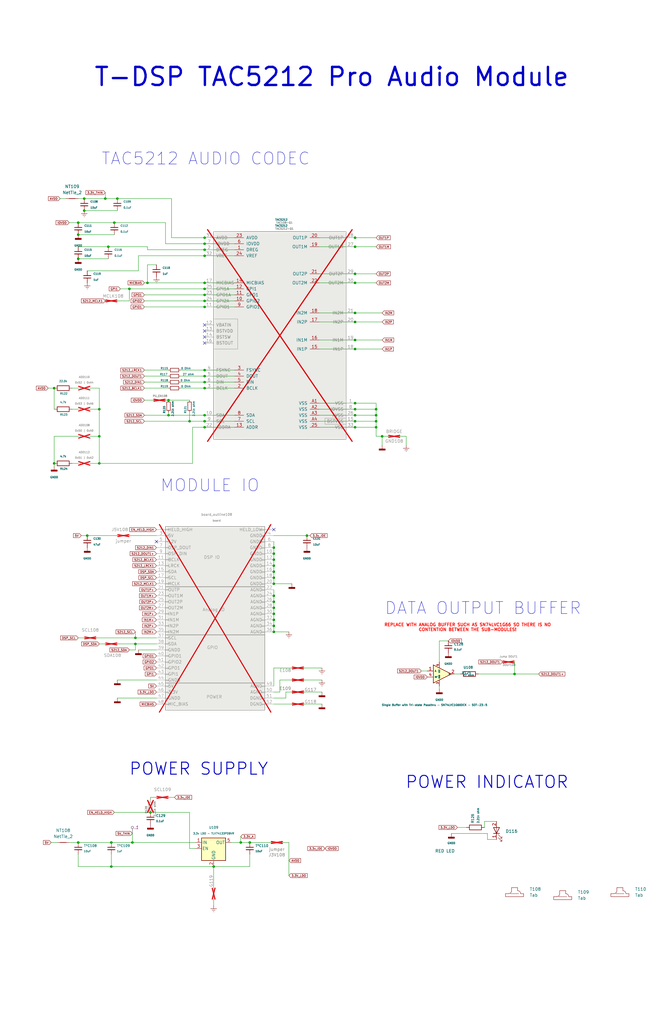
<source format=kicad_sch>
(kicad_sch (version 20250114) (generator "eeschema") (generator_version "9.0")
  (paper "USLedger" portrait)
  (text "TAC5212 AUDIO CODEC" (at 42.672 70.104 0) (effects (font (size 5.08 5.08)) (justify left bottom)))
  (text "POWER SUPPLY" (at 54.356 327.66 0) (effects (font (size 5.08 5.08) (thickness 0.4013) (bold yes)) (justify left bottom)))
  (text "MODULE IO" (at 67.564 208.026 0) (effects (font (size 5.08 5.08)) (justify left bottom)))
  (text "REPLACE WITH ANALOG BUFFER SUCH AS SN74LVC1G66 SO THERE IS NO\nCONTENTION BETWEEN THE SUB-MODULES!" (at 197.358 264.922 0) (effects (font (size 1.27 1.27) (thickness 0.254) (bold yes))))
  (text "DATA OUTPUT BUFFER" (at 162.306 259.842 0) (effects (font (size 5.08 5.08)) (justify left bottom)))
  (text "AUDIO FILTERS" (at 423.672 91.186 0) (effects (font (size 5.08 5.08)) (justify left bottom)))
  (text "T-DSP TAC5212 Pro Audio Module" (at 39.37 37.084 0) (effects (font (size 7.62 7.62) (thickness 1) (bold yes)) (justify left bottom)))
  (text "POWER INDICATOR" (at 170.942 333.248 0) (effects (font (size 5.08 5.08) (thickness 0.4013) (bold yes)) (justify left bottom)))
  (text "# TAC5212 Audio Module - Input/Output Interface Documentation\n\n## Document Control\n| Version | Date | Author | Changes |\n|---------|------|--------|---------|\n| 1.0 | [Date] | [Name] | Initial release |\n\n---\n\n## Module Overview\nThe TAC5212 audio module provides flexible, high-quality audio input and output interfaces designed for compatibility with a wide range of audio sources and destinations. The module implements a modular architecture where source-specific adaptations are handled by external jack boards, maintaining maximum versatility.\n\n---\n\n## Input Circuit Design\n\n### Base Input Architecture\nThe module input stage consists of:\n- **C134**: 10µF DC-blocking capacitor\n- **R130**: 100kΩ input impedance resistor to ground  \n- **D112**: Input protection diode (BLM21AG01S or equivalent)\n- **FB109**: Ferrite bead for high-frequency noise filtering\n\nThis configuration provides:\n- Universal DC-coupled input capability\n- 100kΩ input impedance\n- Protection against overvoltage conditions\n- Effective noise filtering above audio frequencies\n\n### Input Specifications\n| Parameter | Value | Notes |\n|-----------|-------|-------|\n| Input Impedance | 100kΩ | At audio frequencies |\n| Max Input Voltage | ±5V | Limited by protection circuitry |\n| Frequency Response | 1.6Hz - 20kHz | -3dB points with 100kΩ load |\n| Input Capacitance | <100pF | Including protection devices |\n\n### Supported Input Types\n\n#### 1. Line-Level Inputs\n- **Consumer (-10dBV)**: Direct connection, no adaptation required\n- **Professional (+4dBu)**: Direct connection supported\n- **High-level pro (+24dBu)**: Add 10kΩ series resistor on jack board\n\n#### 2. Instrument Inputs (Guitar/Bass)\n- Module provides functional 100kΩ input impedance\n- For optimal tone preservation, add 1MΩ resistor to ground on jack board\n- Alternatively, use external DI box or buffer pedal\n\n#### 3. Microphone Inputs\n- **Dynamic microphones**: Direct connection using TAC5212's 60dB internal gain\n- **Condenser microphones**: Requires external phantom-powered preamp on jack board\n\n---\n\n## Output Circuit Design\n\n### Base Output Architecture\nThe module output stage consists of:\n- **R108**: 10Ω series output resistor\n- **C113**: 4.7nF capacitor to ground (RF filtering)\n- **D108**: TPD1E10B06 bidirectional TVS protection diode\n- **C110/R129**: Optional 47µF DC-blocking capacitor with bypass jumper\n\nDefault configuration: R129 populated with 0Ω (C110 unpopulated)\n\n### Output Specifications\n| Parameter | Value | Notes |\n|-----------|-------|-------|\n| Output Impedance | 10Ω | At audio frequencies |\n| Max Output Voltage | ±3.3V | TAC5212 rail-limited |\n| Output Current | 50mA max | Short-circuit protected |\n| Frequency Response | DC-20kHz | When DC-coupled |\n| Protection | ±6V TVS | TPD1E10B06 clamping |\n\n### Supported Output Types\n\n#### 1. Headphone Outputs\n**Jack board requirements:**\n- 470µF DC-blocking capacitor\n- No additional series resistance needed\n\n**Performance:**\n- Drives 16Ω to 300Ω headphones effectively\n- Output power: ~50mW into 32Ω\n- Low 10Ω output impedance ensures good damping\n\n#### 2. Consumer Line Outputs (-10dBV)\n**Jack board requirements:**\n- 47µF DC-blocking capacitor\n- Direct connection to RCA/3.5mm jacks\n\n**Compatibility:**\n- Standard consumer audio equipment\n- >10kΩ input impedance devices\n\n#### 3. Professional Line Outputs (+4dBu)\n**Jack board requirements:**\n- 47µF DC-blocking capacitor\n- Optional 50-100Ω series resistor for long cable runs (>50ft)\n\n**Features:**\n- Balanced output possible using OUTxP/OUTxN pins\n- Improved EMI rejection with series resistance\n- Short-circuit protection\n\n---\n\n## Jack Board Design Guidelines\n\n### Input Jack Boards\n1. **Universal Design**\n   - Direct pass-through for line-level sources\n   - No additional DC-blocking required\n\n2. **Guitar-Specific**\n   - Add 1MΩ resistor from input to ground\n   - Use high-quality, low-noise resistor\n\n3. **Microphone-Specific**\n   - Include phantom power supply (48V)\n   - Add microphone preamp circuit\n   - Output at line level to module\n\n### Output Jack Boards\n1. **Headphone Jack**\n   - 470µF electrolytic capacitor (rated ≥10V)\n   - 1/4\" or 3.5mm TRS jack\n   - Consider dual-gang pot for volume control\n\n2. **Line Output Jack**  \n   - 47µF electrolytic capacitor (rated ≥10V)\n   - RCA or 1/4\" TRS jacks as needed\n   - Optional output attenuator\n\n3. **Balanced Output Jack**\n   - Two 47µF capacitors (OUTxP and OUTxN)\n   - XLR or 1/4\" TRS balanced jacks\n   - Optional 50-100Ω build-out resistors\n\n---\n\n## PCB Layout Recommendations\n\n### Input Section\n- Keep input traces short and away from digital signals\n- Place ferrite bead close to TAC5212 input pin\n- Use ground plane under input circuitry\n- Consider guard rings for ultra-low noise applications\n\n### Output Section  \n- Minimize trace length between TAC5212 and R108\n- Place TVS diode close to output connector\n- Avoid running output traces near sensitive input circuits\n- Use adequate trace width for headphone currents (≥0.5mm)\n\n---\n\n## Typical Application Circuit Examples\n\n### Basic Stereo Line I/O\n```\nInput:  RCA Jack → Module Input → TAC5212\nOutput: TAC5212 → Module Output → 47µF → RCA Jack\n```\n\n### Headphone Amplifier\n```\nOutput: TAC5212 → Module Output → 470µF → 3.5mm TRS Jack\n```\n\n### Guitar Interface\n```\nInput: 1/4\" Jack → 1MΩ to GND → Module Input → TAC5212\n```\n\n---\n\n## Revision History\n| Date | Version | Description |\n|------|---------|-------------|\n| [Date] | 1.0 | Initial documentation release |\n\n---\n\n## Notes\n- All capacitor voltage ratings should be ≥10V\n- Use audio-grade electrolytic capacitors where possible\n- Consider film capacitors for professional applications\n- Temperature rating: -40°C to +85°C for all components" (at 846.582 242.824 0) (effects (font (size 1.27 1.27))))
  (text_box "# TAC5212 Audio Module - Input/Output Interface Documentation\n\n## Document Control\n| Version | Date | Author | Changes |\n|---------|------|--------|---------|\n| 1.0 | [Date] | [Name] | Initial release |\n\n---\n\n## Module Overview\nThe TAC5212 audio module provides flexible, high-quality audio input and output interfaces designed for compatibility with a wide range of audio sources and destinations. The module implements a modular architecture where source-specific adaptations are handled by external jack boards, maintaining maximum versatility.\n\n---\n\n## Input Circuit Design\n\n### Base Input Architecture\nThe module input stage consists of:\n- **C134**: 10µF DC-blocking capacitor\n- **R130**: 100kΩ input impedance resistor to ground  \n- **D112**: Input protection diode (BLM21AG01S or equivalent)\n- **FB109**: Ferrite bead for high-frequency noise filtering\n\nThis configuration provides:\n- Universal DC-coupled input capability\n- 100kΩ input impedance\n- Protection against overvoltage conditions\n- Effective noise filtering above audio frequencies\n\n### Input Specifications\n| Parameter | Value | Notes |\n|-----------|-------|-------|\n| Input Impedance | 100kΩ | At audio frequencies |\n| Max Input Voltage | ±5V | Limited by protection circuitry |\n| Frequency Response | 1.6Hz - 20kHz | -3dB points with 100kΩ load |\n| Input Capacitance | <100pF | Including protection devices |\n\n### Supported Input Types\n\n#### 1. Line-Level Inputs\n- **Consumer (-10dBV)**: Direct connection, no adaptation required\n- **Professional (+4dBu)**: Direct connection supported\n- **High-level pro (+24dBu)**: Add 10kΩ series resistor on jack board\n\n#### 2. Instrument Inputs (Guitar/Bass)\n- Module provides functional 100kΩ input impedance\n- For optimal tone preservation, add 1MΩ resistor to ground on jack board\n- Alternatively, use external DI box or buffer pedal\n\n#### 3. Microphone Inputs\n- **Dynamic microphones**: Direct connection using TAC5212's 60dB internal gain\n- **Condenser microphones**: Requires external phantom-powered preamp on jack board\n\n---\n\n## Output Circuit Design\n\n### Base Output Architecture\nThe module output stage consists of:\n- **R108**: 10Ω series output resistor\n- **C113**: 4.7nF capacitor to ground (RF filtering)\n- **D108**: TPD1E10B06 bidirectional TVS protection diode\n- **C110/R129**: Optional 47µF DC-blocking capacitor with bypass jumper\n\nDefault configuration: R129 populated with 0Ω (C110 unpopulated)\n\n### Output Specifications\n| Parameter | Value | Notes |\n|-----------|-------|-------|\n| Output Impedance | 10Ω | At audio frequencies |\n| Max Output Voltage | ±3.3V | TAC5212 rail-limited |\n| Output Current | 50mA max | Short-circuit protected |\n| Frequency Response | DC-20kHz | When DC-coupled |\n| Protection | ±6V TVS | TPD1E10B06 clamping |\n\n### Supported Output Types\n\n#### 1. Headphone Outputs\n**Jack board requirements:**\n- 470µF DC-blocking capacitor\n- No additional series resistance needed\n\n**Performance:**\n- Drives 16Ω to 300Ω headphones effectively\n- Output power: ~50mW into 32Ω\n- Low 10Ω output impedance ensures good damping\n\n#### 2. Consumer Line Outputs (-10dBV)\n**Jack board requirements:**\n- 47µF DC-blocking capacitor\n- Direct connection to RCA/3.5mm jacks\n\n**Compatibility:**\n- Standard consumer audio equipment\n- >10kΩ input impedance devices\n\n#### 3. Professional Line Outputs (+4dBu)\n**Jack board requirements:**\n- 47µF DC-blocking capacitor\n- Optional 50-100Ω series resistor for long cable runs (>50ft)\n\n**Features:**\n- Balanced output possible using OUTxP/OUTxN pins\n- Improved EMI rejection with series resistance\n- Short-circuit protection\n\n---\n\n## Jack Board Design Guidelines\n\n### Input Jack Boards\n1. **Universal Design**\n   - Direct pass-through for line-level sources\n   - No additional DC-blocking required\n\n2. **Guitar-Specific**\n   - Add 1MΩ resistor from input to ground\n   - Use high-quality, low-noise resistor\n\n3. **Microphone-Specific**\n   - Include phantom power supply (48V)\n   - Add microphone preamp circuit\n   - Output at line level to module\n\n### Output Jack Boards\n1. **Headphone Jack**\n   - 470µF electrolytic capacitor (rated ≥10V)\n   - 1/4\" or 3.5mm TRS jack\n   - Consider dual-gang pot for volume control\n\n2. **Line Output Jack**  \n   - 47µF electrolytic capacitor (rated ≥10V)\n   - RCA or 1/4\" TRS jacks as needed\n   - Optional output attenuator\n\n3. **Balanced Output Jack**\n   - Two 47µF capacitors (OUTxP and OUTxN)\n   - XLR or 1/4\" TRS balanced jacks\n   - Optional 50-100Ω build-out resistors\n\n---\n\n## PCB Layout Recommendations\n\n### Input Section\n- Keep input traces short and away from digital signals\n- Place ferrite bead close to TAC5212 input pin\n- Use ground plane under input circuitry\n- Consider guard rings for ultra-low noise applications\n\n### Output Section  \n- Minimize trace length between TAC5212 and R108\n- Place TVS diode close to output connector\n- Avoid running output traces near sensitive input circuits\n- Use adequate trace width for headphone currents (≥0.5mm)\n\n---\n\n## Typical Application Circuit Examples\n\n### Basic Stereo Line I/O\n```\nInput:  RCA Jack → Module Input → TAC5212\nOutput: TAC5212 → Module Output → 47µF → RCA Jack\n```\n\n### Headphone Amplifier\n```\nOutput: TAC5212 → Module Output → 470µF → 3.5mm TRS Jack\n```\n\n### Guitar Interface\n```\nInput: 1/4\" Jack → 1MΩ to GND → Module Input → TAC5212\n```\n\n---\n\n## Revision History\n| Date | Version | Description |\n|------|---------|-------------|\n| [Date] | 1.0 | Initial documentation release |\n\n---\n\n## Notes\n- All capacitor voltage ratings should be ≥10V\n- Use audio-grade electrolytic capacitors where possible\n- Consider film capacitors for professional applications\n- Temperature rating: -40°C to +85°C for all components" (at 624.84 83.82 0) (size 118.11 415.29) (margins 0.9525 0.9525 0.9525 0.9525) (effects (font (size 1.27 1.27)) (justify left top)))
  (junction (at 101.6 355.6))
  (junction (at 412.75 219.71))
  (junction (at 461.01 149.86))
  (junction (at 412.75 118.11))
  (junction (at 217.17 284.48))
  (junction (at 22.86 163.83))
  (junction (at 149.86 147.32))
  (junction (at 445.77 118.11))
  (junction (at 86.36 156.21))
  (junction (at 115.57 264.16))
  (junction (at 80.01 177.8))
  (junction (at 86.36 124.46))
  (junction (at 444.5 374.65))
  (junction (at 435.61 293.37))
  (junction (at 149.86 170.18))
  (junction (at 443.23 415.29))
  (junction (at 45.72 104.14))
  (junction (at 449.58 184.15))
  (junction (at 463.55 184.15))
  (junction (at 22.86 195.58))
  (junction (at 161.29 184.15))
  (junction (at 86.36 121.92))
  (junction (at 149.86 143.51))
  (junction (at 149.86 135.89))
  (junction (at 158.75 172.72))
  (junction (at 538.48 374.65))
  (junction (at 158.75 175.26))
  (junction (at 86.36 100.33))
  (junction (at 149.86 100.33))
  (junction (at 86.36 180.34))
  (junction (at 494.03 184.15))
  (junction (at 46.99 365.76))
  (junction (at 55.88 355.6))
  (junction (at 86.36 163.83))
  (junction (at 115.57 251.46))
  (junction (at 149.86 172.72))
  (junction (at 115.57 236.22))
  (junction (at 86.36 119.38))
  (junction (at 86.36 107.95))
  (junction (at 430.53 184.15))
  (junction (at 86.36 158.75))
  (junction (at 149.86 115.57))
  (junction (at 518.16 219.71))
  (junction (at 149.86 177.8))
  (junction (at 443.23 327.66))
  (junction (at 115.57 259.08))
  (junction (at 426.72 118.11))
  (junction (at 62.23 119.38))
  (junction (at 501.65 415.29))
  (junction (at 115.57 241.3))
  (junction (at 500.38 374.65))
  (junction (at 115.57 243.84))
  (junction (at 86.36 127))
  (junction (at 41.91 172.72))
  (junction (at 115.57 231.14))
  (junction (at 46.99 355.6))
  (junction (at 149.86 180.34))
  (junction (at 490.22 118.11))
  (junction (at 54.61 121.92))
  (junction (at 509.27 118.11))
  (junction (at 426.72 219.71))
  (junction (at 86.36 129.54))
  (junction (at 129.54 226.06))
  (junction (at 491.49 149.86))
  (junction (at 105.41 355.6))
  (junction (at 33.02 109.22))
  (junction (at 57.15 271.78))
  (junction (at 33.02 99.06))
  (junction (at 496.57 293.37))
  (junction (at 115.57 254))
  (junction (at 510.54 149.86))
  (junction (at 115.57 256.54))
  (junction (at 497.84 327.66))
  (junction (at 459.74 118.11))
  (junction (at 33.02 355.6))
  (junction (at 516.89 149.86))
  (junction (at 115.57 233.68))
  (junction (at 158.75 180.34))
  (junction (at 115.57 261.62))
  (junction (at 539.75 293.37))
  (junction (at 36.83 226.06))
  (junction (at 35.56 83.82))
  (junction (at 427.99 149.86))
  (junction (at 41.91 184.15))
  (junction (at 49.53 83.82))
  (junction (at 86.36 177.8))
  (junction (at 41.91 195.58))
  (junction (at 86.36 102.87))
  (junction (at 459.74 219.71))
  (junction (at 490.22 219.71))
  (junction (at 158.75 177.8))
  (junction (at 149.86 104.14))
  (junction (at 539.75 415.29))
  (junction (at 445.77 219.71))
  (junction (at 86.36 105.41))
  (junction (at 71.12 175.26))
  (junction (at 538.48 327.66))
  (junction (at 412.75 149.86))
  (junction (at 414.02 184.15))
  (junction (at 518.16 184.15))
  (junction (at 63.5 342.9))
  (junction (at 48.26 93.98))
  (junction (at 86.36 161.29))
  (junction (at 57.15 269.24))
  (junction (at 44.45 83.82))
  (junction (at 115.57 246.38))
  (junction (at 90.17 365.76))
  (junction (at 33.02 93.98))
  (junction (at 516.89 118.11))
  (junction (at 115.57 266.7))
  (junction (at 149.86 119.38))
  (junction (at 71.12 168.91))
  (junction (at 35.56 88.9))
  (junction (at 149.86 175.26))
  (junction (at 511.81 184.15))
  (junction (at 447.04 149.86))
  (junction (at 513.08 219.71))
  (junction (at 115.57 238.76))
  (junction (at 86.36 175.26))
  (junction (at 149.86 132.08))
  (no_connect (at 86.36 144.78))
  (no_connect (at 115.57 223.52))
  (no_connect (at 86.36 139.7))
  (no_connect (at 86.36 137.16))
  (no_connect (at 86.36 142.24))
  (no_connect (at 66.04 228.6))
  (wire (pts (xy 63.5 336.55) (xy 66.04 336.55)))
  (wire (pts (xy 501.65 415.29) (xy 513.08 415.29)))
  (wire (pts (xy 97.79 355.6) (xy 101.6 355.6)))
  (wire (pts (xy 149.86 147.32) (xy 161.29 147.32)))
  (wire (pts (xy 430.53 184.15) (xy 441.96 184.15)))
  (wire (pts (xy 518.16 191.77) (xy 518.16 193.04)))
  (wire (pts (xy 115.57 226.06) (xy 129.54 226.06)))
  (wire (pts (xy 41.91 184.15) (xy 38.1 184.15)))
  (wire (pts (xy 86.36 156.21) (xy 99.06 156.21)))
  (wire (pts (xy 49.53 271.78) (xy 57.15 271.78)))
  (wire (pts (xy 392.43 219.71) (xy 412.75 219.71)))
  (wire (pts (xy 444.5 149.86) (xy 447.04 149.86)))
  (wire (pts (xy 443.23 415.29) (xy 439.42 415.29)))
  (wire (pts (xy 62.23 119.38) (xy 86.36 119.38)))
  (wire (pts (xy 30.48 195.58) (xy 33.02 195.58)))
  (wire (pts (xy 158.75 184.15) (xy 161.29 184.15)))
  (wire (pts (xy 538.48 328.93) (xy 538.48 327.66)))
  (wire (pts (xy 134.62 170.18) (xy 149.86 170.18)))
  (wire (pts (xy 86.36 105.41) (xy 62.23 105.41)))
  (wire (pts (xy 81.28 180.34) (xy 86.36 180.34)))
  (wire (pts (xy 509.27 118.11) (xy 502.92 118.11)))
  (wire (pts (xy 551.18 226.06) (xy 551.18 227.33)))
  (wire (pts (xy 86.36 107.95) (xy 99.06 107.95)))
  (wire (pts (xy 63.5 342.9) (xy 80.01 342.9)))
  (wire (pts (xy 459.74 118.11) (xy 490.22 118.11)))
  (wire (pts (xy 459.74 219.71) (xy 490.22 219.71)))
  (wire (pts (xy 519.43 327.66) (xy 538.48 327.66)))
  (wire (pts (xy 443.23 327.66) (xy 439.42 327.66)))
  (wire (pts (xy 115.57 246.38) (xy 123.19 246.38)))
  (wire (pts (xy 86.36 121.92) (xy 99.06 121.92)))
  (wire (pts (xy 22.86 163.83) (xy 22.86 172.72)))
  (wire (pts (xy 119.38 355.6) (xy 121.92 355.6)))
  (wire (pts (xy 539.75 303.53) (xy 539.75 300.99)))
  (wire (pts (xy 427.99 160.02) (xy 427.99 149.86)))
  (wire (pts (xy 205.74 354.33) (xy 209.55 354.33)))
  (wire (pts (xy 33.02 83.82) (xy 35.56 83.82)))
  (wire (pts (xy 510.54 160.02) (xy 510.54 149.86)))
  (wire (pts (xy 55.88 351.79) (xy 55.88 355.6)))
  (wire (pts (xy 21.59 355.6) (xy 24.13 355.6)))
  (wire (pts (xy 115.57 241.3) (xy 115.57 243.84)))
  (wire (pts (xy 118.11 292.1) (xy 115.57 292.1)))
  (wire (pts (xy 444.5 374.65) (xy 439.42 374.65)))
  (wire (pts (xy 447.04 160.02) (xy 447.04 149.86)))
  (wire (pts (xy 539.75 415.29) (xy 539.75 419.1)))
  (wire (pts (xy 434.34 160.02) (xy 447.04 160.02)))
  (wire (pts (xy 429.26 160.02) (xy 427.99 160.02)))
  (wire (pts (xy 69.85 102.87) (xy 69.85 93.98)))
  (wire (pts (xy 443.23 118.11) (xy 445.77 118.11)))
  (wire (pts (xy 445.77 118.11) (xy 459.74 118.11)))
  (wire (pts (xy 513.08 229.87) (xy 513.08 219.71)))
  (wire (pts (xy 509.27 118.11) (xy 516.89 118.11)))
  (wire (pts (xy 149.86 180.34) (xy 158.75 180.34)))
  (wire (pts (xy 374.65 215.9) (xy 372.11 215.9)))
  (wire (pts (xy 414.02 184.15) (xy 430.53 184.15)))
  (wire (pts (xy 447.04 149.86) (xy 461.01 149.86)))
  (wire (pts (xy 60.96 124.46) (xy 86.36 124.46)))
  (wire (pts (xy 412.75 118.11) (xy 426.72 118.11)))
  (wire (pts (xy 443.23 219.71) (xy 445.77 219.71)))
  (wire (pts (xy 80.01 173.99) (xy 80.01 177.8)))
  (wire (pts (xy 427.99 128.27) (xy 426.72 128.27)))
  (wire (pts (xy 35.56 88.9) (xy 49.53 88.9)))
  (wire (pts (xy 538.48 374.65) (xy 554.99 374.65)))
  (wire (pts (xy 120.65 292.1) (xy 123.19 292.1)))
  (wire (pts (xy 41.91 163.83) (xy 41.91 172.72)))
  (wire (pts (xy 158.75 104.14) (xy 149.86 104.14)))
  (wire (pts (xy 500.38 378.46) (xy 500.38 374.65)))
  (wire (pts (xy 134.62 180.34) (xy 149.86 180.34)))
  (wire (pts (xy 115.57 261.62) (xy 115.57 264.16)))
  (wire (pts (xy 495.3 194.31) (xy 494.03 194.31)))
  (wire (pts (xy 496.57 293.37) (xy 516.89 293.37)))
  (wire (pts (xy 134.62 104.14) (xy 149.86 104.14)))
  (wire (pts (xy 134.62 175.26) (xy 149.86 175.26)))
  (wire (pts (xy 217.17 284.48) (xy 227.33 284.48)))
  (wire (pts (xy 469.9 374.65) (xy 500.38 374.65)))
  (wire (pts (xy 115.57 241.3) (xy 115.57 238.76)))
  (wire (pts (xy 494.03 194.31) (xy 494.03 184.15)))
  (wire (pts (xy 49.53 83.82) (xy 72.39 83.82)))
  (wire (pts (xy 431.8 194.31) (xy 430.53 194.31)))
  (wire (pts (xy 86.36 102.87) (xy 69.85 102.87)))
  (wire (pts (xy 60.96 168.91) (xy 64.77 168.91)))
  (wire (pts (xy 490.22 229.87) (xy 490.22 219.71)))
  (wire (pts (xy 115.57 236.22) (xy 115.57 233.68)))
  (wire (pts (xy 490.22 219.71) (xy 505.46 219.71)))
  (wire (pts (xy 128.27 287.02) (xy 135.89 287.02)))
  (wire (pts (xy 467.36 293.37) (xy 496.57 293.37)))
  (wire (pts (xy 33.02 109.22) (xy 45.72 109.22)))
  (wire (pts (xy 185.42 270.51) (xy 185.42 279.4)))
  (wire (pts (xy 44.45 81.28) (xy 44.45 83.82)))
  (wire (pts (xy 414.02 180.34) (xy 414.02 184.15)))
  (wire (pts (xy 86.36 177.8) (xy 99.06 177.8)))
  (wire (pts (xy 462.28 293.37) (xy 435.61 293.37)))
  (wire (pts (xy 134.62 172.72) (xy 149.86 172.72)))
  (wire (pts (xy 459.74 222.25) (xy 459.74 219.71)))
  (wire (pts (xy 149.86 177.8) (xy 158.75 177.8)))
  (wire (pts (xy 101.6 353.06) (xy 101.6 355.6)))
  (wire (pts (xy 128.27 292.1) (xy 135.89 292.1)))
  (wire (pts (xy 463.55 327.66) (xy 443.23 327.66)))
  (wire (pts (xy 41.91 195.58) (xy 38.1 195.58)))
  (wire (pts (xy 115.57 256.54) (xy 115.57 254)))
  (wire (pts (xy 516.89 149.86) (xy 523.24 149.86)))
  (wire (pts (xy 105.41 365.76) (xy 105.41 360.68)))
  (wire (pts (xy 513.08 219.71) (xy 510.54 219.71)))
  (wire (pts (xy 134.62 132.08) (xy 149.86 132.08)))
  (wire (pts (xy 149.86 172.72) (xy 158.75 172.72)))
  (wire (pts (xy 201.93 284.48) (xy 217.17 284.48)))
  (wire (pts (xy 60.96 156.21) (xy 71.12 156.21)))
  (wire (pts (xy 44.45 83.82) (xy 49.53 83.82)))
  (wire (pts (xy 36.83 114.3) (xy 58.42 114.3)))
  (wire (pts (xy 158.75 100.33) (xy 149.86 100.33)))
  (wire (pts (xy 41.91 184.15) (xy 41.91 195.58)))
  (wire (pts (xy 524.51 293.37) (xy 539.75 293.37)))
  (wire (pts (xy 71.12 175.26) (xy 86.36 175.26)))
  (wire (pts (xy 149.86 135.89) (xy 161.29 135.89)))
  (wire (pts (xy 491.49 229.87) (xy 490.22 229.87)))
  (wire (pts (xy 120.65 292.1) (xy 120.65 294.64)))
  (wire (pts (xy 41.91 163.83) (xy 38.1 163.83)))
  (wire (pts (xy 46.99 355.6) (xy 33.02 355.6)))
  (wire (pts (xy 158.75 172.72) (xy 158.75 175.26)))
  (wire (pts (xy 76.2 161.29) (xy 86.36 161.29)))
  (wire (pts (xy 468.63 415.29) (xy 443.23 415.29)))
  (wire (pts (xy 392.43 184.15) (xy 414.02 184.15)))
  (wire (pts (xy 445.77 219.71) (xy 459.74 219.71)))
  (wire (pts (xy 551.18 101.6) (xy 554.99 101.6)))
  (wire (pts (xy 427.99 229.87) (xy 426.72 229.87)))
  (wire (pts (xy 115.57 228.6) (xy 115.57 231.14)))
  (wire (pts (xy 193.04 349.25) (xy 196.85 349.25)))
  (wire (pts (xy 511.81 184.15) (xy 518.16 184.15)))
  (wire (pts (xy 412.75 219.71) (xy 426.72 219.71)))
  (wire (pts (xy 510.54 149.86) (xy 508 149.86)))
  (wire (pts (xy 461.01 152.4) (xy 461.01 149.86)))
  (wire (pts (xy 393.7 149.86) (xy 412.75 149.86)))
  (wire (pts (xy 80.01 342.9) (xy 80.01 358.14)))
  (wire (pts (xy 463.55 191.77) (xy 463.55 193.04)))
  (wire (pts (xy 36.83 226.06) (xy 49.53 226.06)))
  (wire (pts (xy 217.17 279.4) (xy 217.17 284.48)))
  (wire (pts (xy 177.8 283.21) (xy 180.34 283.21)))
  (wire (pts (xy 205.74 351.79) (xy 205.74 354.33)))
  (wire (pts (xy 497.84 160.02) (xy 510.54 160.02)))
  (wire (pts (xy 461.01 149.86) (xy 491.49 149.86)))
  (wire (pts (xy 57.15 271.78) (xy 66.04 271.78)))
  (wire (pts (xy 464.82 374.65) (xy 444.5 374.65)))
  (wire (pts (xy 518.16 219.71) (xy 525.78 219.71)))
  (wire (pts (xy 58.42 114.3) (xy 58.42 107.95)))
  (wire (pts (xy 86.36 175.26) (xy 99.06 175.26)))
  (wire (pts (xy 496.57 229.87) (xy 513.08 229.87)))
  (wire (pts (xy 115.57 266.7) (xy 115.57 264.16)))
  (wire (pts (xy 69.85 168.91) (xy 71.12 168.91)))
  (wire (pts (xy 41.91 271.78) (xy 44.45 271.78)))
  (wire (pts (xy 34.29 226.06) (xy 36.83 226.06)))
  (wire (pts (xy 62.23 104.14) (xy 45.72 104.14)))
  (wire (pts (xy 459.74 125.73) (xy 459.74 127)))
  (wire (pts (xy 518.16 184.15) (xy 524.51 184.15)))
  (wire (pts (xy 496.57 294.64) (xy 496.57 293.37)))
  (wire (pts (xy 463.55 184.15) (xy 494.03 184.15)))
  (wire (pts (xy 86.36 119.38) (xy 99.06 119.38)))
  (wire (pts (xy 54.61 127) (xy 54.61 121.92)))
  (wire (pts (xy 158.75 175.26) (xy 158.75 177.8)))
  (wire (pts (xy 90.17 379.73) (xy 90.17 382.27)))
  (wire (pts (xy 436.88 194.31) (xy 449.58 194.31)))
  (wire (pts (xy 491.49 149.86) (xy 502.92 149.86)))
  (wire (pts (xy 22.86 184.15) (xy 22.86 195.58)))
  (wire (pts (xy 449.58 184.15) (xy 463.55 184.15)))
  (wire (pts (xy 57.15 274.32) (xy 57.15 271.78)))
  (wire (pts (xy 33.02 269.24) (xy 35.56 269.24)))
  (wire (pts (xy 374.65 91.44) (xy 378.46 91.44)))
  (wire (pts (xy 490.22 118.11) (xy 497.84 118.11)))
  (wire (pts (xy 55.88 355.6) (xy 46.99 355.6)))
  (wire (pts (xy 35.56 83.82) (xy 44.45 83.82)))
  (wire (pts (xy 115.57 256.54) (xy 115.57 259.08)))
  (wire (pts (xy 158.75 184.15) (xy 158.75 180.34)))
  (wire (pts (xy 41.91 195.58) (xy 81.28 195.58)))
  (wire (pts (xy 510.54 149.86) (xy 516.89 149.86)))
  (wire (pts (xy 115.57 243.84) (xy 115.57 246.38)))
  (wire (pts (xy 115.57 233.68) (xy 115.57 231.14)))
  (wire (pts (xy 58.42 107.95) (xy 86.36 107.95)))
  (wire (pts (xy 204.47 349.25) (xy 204.47 346.71)))
  (wire (pts (xy 33.02 93.98) (xy 48.26 93.98)))
  (wire (pts (xy 445.77 229.87) (xy 445.77 219.71)))
  (wire (pts (xy 149.86 115.57) (xy 158.75 115.57)))
  (wire (pts (xy 427.99 149.86) (xy 439.42 149.86)))
  (wire (pts (xy 149.86 132.08) (xy 161.29 132.08)))
  (wire (pts (xy 33.02 360.68) (xy 33.02 365.76)))
  (wire (pts (xy 22.86 184.15) (xy 33.02 184.15)))
  (wire (pts (xy 538.48 327.66) (xy 554.99 327.66)))
  (wire (pts (xy 118.11 287.02) (xy 118.11 292.1)))
  (wire (pts (xy 54.61 226.06) (xy 66.04 226.06)))
  (wire (pts (xy 551.18 226.06) (xy 548.64 226.06)))
  (wire (pts (xy 60.96 119.38) (xy 62.23 119.38)))
  (wire (pts (xy 412.75 149.86) (xy 427.99 149.86)))
  (wire (pts (xy 204.47 346.71) (xy 209.55 346.71)))
  (wire (pts (xy 60.96 161.29) (xy 71.12 161.29)))
  (wire (pts (xy 71.12 336.55) (xy 73.66 336.55)))
  (wire (pts (xy 90.17 365.76) (xy 105.41 365.76)))
  (wire (pts (xy 430.53 194.31) (xy 430.53 184.15)))
  (wire (pts (xy 393.7 118.11) (xy 412.75 118.11)))
  (wire (pts (xy 449.58 194.31) (xy 449.58 184.15)))
  (wire (pts (xy 58.42 274.32) (xy 66.04 274.32)))
  (wire (pts (xy 49.53 127) (xy 54.61 127)))
  (wire (pts (xy 86.36 129.54) (xy 99.06 129.54)))
  (wire (pts (xy 538.48 340.36) (xy 538.48 336.55)))
  (wire (pts (xy 81.28 195.58) (xy 81.28 180.34)))
  (wire (pts (xy 516.89 118.11) (xy 521.97 118.11)))
  (wire (pts (xy 445.77 128.27) (xy 445.77 118.11)))
  (wire (pts (xy 118.11 287.02) (xy 123.19 287.02)))
  (wire (pts (xy 115.57 281.94) (xy 123.19 281.94)))
  (wire (pts (xy 158.75 170.18) (xy 158.75 172.72)))
  (wire (pts (xy 60.96 129.54) (xy 86.36 129.54)))
  (wire (pts (xy 86.36 127) (xy 99.06 127)))
  (wire (pts (xy 115.57 259.08) (xy 115.57 261.62)))
  (wire (pts (xy 115.57 236.22) (xy 115.57 238.76)))
  (wire (pts (xy 168.91 184.15) (xy 171.45 184.15)))
  (wire (pts (xy 86.36 105.41) (xy 99.06 105.41)))
  (wire (pts (xy 121.92 355.6) (xy 121.92 369.57)))
  (wire (pts (xy 161.29 187.96) (xy 161.29 184.15)))
  (wire (pts (xy 190.5 351.79) (xy 205.74 351.79)))
  (wire (pts (xy 86.36 100.33) (xy 99.06 100.33)))
  (wire (pts (xy 426.72 128.27) (xy 426.72 118.11)))
  (wire (pts (xy 149.86 170.18) (xy 158.75 170.18)))
  (wire (pts (xy 500.38 374.65) (xy 509.27 374.65)))
  (wire (pts (xy 86.36 124.46) (xy 99.06 124.46)))
  (wire (pts (xy 46.99 360.68) (xy 46.99 365.76)))
  (wire (pts (xy 134.62 135.89) (xy 149.86 135.89)))
  (wire (pts (xy 60.96 175.26) (xy 71.12 175.26)))
  (wire (pts (xy 115.57 281.94) (xy 115.57 289.56)))
  (wire (pts (xy 60.96 163.83) (xy 71.12 163.83)))
  (wire (pts (xy 62.23 111.76) (xy 62.23 119.38)))
  (wire (pts (xy 149.86 119.38) (xy 158.75 119.38)))
  (wire (pts (xy 62.23 105.41) (xy 62.23 104.14)))
  (wire (pts (xy 86.36 102.87) (xy 99.06 102.87)))
  (wire (pts (xy 520.7 415.29) (xy 539.75 415.29)))
  (wire (pts (xy 22.86 196.85) (xy 22.86 195.58)))
  (wire (pts (xy 426.72 219.71) (xy 438.15 219.71)))
  (wire (pts (xy 134.62 147.32) (xy 149.86 147.32)))
  (wire (pts (xy 134.62 119.38) (xy 149.86 119.38)))
  (wire (pts (xy 511.81 184.15) (xy 509.27 184.15)))
  (wire (pts (xy 491.49 160.02) (xy 491.49 149.86)))
  (wire (pts (xy 76.2 156.21) (xy 86.36 156.21)))
  (wire (pts (xy 149.86 175.26) (xy 158.75 175.26)))
  (wire (pts (xy 494.03 184.15) (xy 504.19 184.15)))
  (wire (pts (xy 30.48 163.83) (xy 33.02 163.83)))
  (wire (pts (xy 63.5 336.55) (xy 63.5 337.82)))
  (wire (pts (xy 41.91 172.72) (xy 38.1 172.72)))
  (wire (pts (xy 185.42 290.83) (xy 185.42 289.56)))
  (wire (pts (xy 149.86 143.51) (xy 161.29 143.51)))
  (wire (pts (xy 33.02 99.06) (xy 48.26 99.06)))
  (wire (pts (xy 80.01 358.14) (xy 82.55 358.14)))
  (wire (pts (xy 194.31 284.48) (xy 191.77 284.48)))
  (wire (pts (xy 33.02 104.14) (xy 45.72 104.14)))
  (wire (pts (xy 48.26 342.9) (xy 63.5 342.9)))
  (wire (pts (xy 72.39 100.33) (xy 72.39 83.82)))
  (wire (pts (xy 491.49 128.27) (xy 490.22 128.27)))
  (wire (pts (xy 121.92 266.7) (xy 115.57 266.7)))
  (wire (pts (xy 468.63 327.66) (xy 497.84 327.66)))
  (wire (pts (xy 80.01 177.8) (xy 86.36 177.8)))
  (wire (pts (xy 40.64 269.24) (xy 57.15 269.24)))
  (wire (pts (xy 433.07 229.87) (xy 445.77 229.87)))
  (wire (pts (xy 86.36 158.75) (xy 99.06 158.75)))
  (wire (pts (xy 115.57 297.18) (xy 123.19 297.18)))
  (wire (pts (xy 516.89 157.48) (xy 516.89 158.75)))
  (wire (pts (xy 41.91 172.72) (xy 41.91 184.15)))
  (wire (pts (xy 539.75 293.37) (xy 554.99 293.37)))
  (wire (pts (xy 490.22 128.27) (xy 490.22 118.11)))
  (wire (pts (xy 426.72 118.11) (xy 438.15 118.11)))
  (wire (pts (xy 115.57 251.46) (xy 115.57 254)))
  (wire (pts (xy 473.71 415.29) (xy 501.65 415.29)))
  (wire (pts (xy 129.54 226.06) (xy 130.81 226.06)))
  (wire (pts (xy 86.36 163.83) (xy 99.06 163.83)))
  (wire (pts (xy 134.62 115.57) (xy 149.86 115.57)))
  (wire (pts (xy 33.02 365.76) (xy 46.99 365.76)))
  (wire (pts (xy 48.26 93.98) (xy 69.85 93.98)))
  (wire (pts (xy 46.99 365.76) (xy 90.17 365.76)))
  (wire (pts (xy 497.84 327.66) (xy 511.81 327.66)))
  (wire (pts (xy 60.96 158.75) (xy 71.12 158.75)))
  (wire (pts (xy 30.48 172.72) (xy 33.02 172.72)))
  (wire (pts (xy 500.38 194.31) (xy 511.81 194.31)))
  (wire (pts (xy 50.8 121.92) (xy 54.61 121.92)))
  (wire (pts (xy 66.04 111.76) (xy 62.23 111.76)))
  (wire (pts (xy 115.57 248.92) (xy 115.57 251.46)))
  (wire (pts (xy 54.61 274.32) (xy 57.15 274.32)))
  (wire (pts (xy 128.27 297.18) (xy 135.89 297.18)))
  (wire (pts (xy 57.15 269.24) (xy 66.04 269.24)))
  (wire (pts (xy 105.41 355.6) (xy 114.3 355.6)))
  (wire (pts (xy 189.23 270.51) (xy 185.42 270.51)))
  (wire (pts (xy 374.65 215.9) (xy 374.65 217.17)))
  (wire (pts (xy 134.62 100.33) (xy 149.86 100.33)))
  (wire (pts (xy 516.89 374.65) (xy 538.48 374.65)))
  (wire (pts (xy 57.15 266.7) (xy 57.15 269.24)))
  (wire (pts (xy 86.36 161.29) (xy 99.06 161.29)))
  (wire (pts (xy 29.21 93.98) (xy 33.02 93.98)))
  (wire (pts (xy 72.39 100.33) (xy 86.36 100.33)))
  (wire (pts (xy 76.2 163.83) (xy 86.36 163.83)))
  (wire (pts (xy 128.27 281.94) (xy 135.89 281.94)))
  (wire (pts (xy 492.76 160.02) (xy 491.49 160.02)))
  (wire (pts (xy 463.55 186.69) (xy 463.55 184.15)))
  (wire (pts (xy 49.53 294.64) (xy 66.04 294.64)))
  (wire (pts (xy 71.12 168.91) (xy 80.01 168.91)))
  (wire (pts (xy 518.16 227.33) (xy 518.16 228.6)))
  (wire (pts (xy 459.74 227.33) (xy 459.74 228.6)))
  (wire (pts (xy 20.32 163.83) (xy 22.86 163.83)))
  (wire (pts (xy 516.89 125.73) (xy 516.89 127)))
  (wire (pts (xy 49.53 287.02) (xy 66.04 287.02)))
  (wire (pts (xy 76.2 158.75) (xy 86.36 158.75)))
  (wire (pts (xy 120.65 294.64) (xy 115.57 294.64)))
  (wire (pts (xy 86.36 180.34) (xy 99.06 180.34)))
  (wire (pts (xy 538.48 377.19) (xy 538.48 374.65)))
  (wire (pts (xy 447.04 184.15) (xy 449.58 184.15)))
  (wire (pts (xy 513.08 219.71) (xy 518.16 219.71)))
  (wire (pts (xy 54.61 121.92) (xy 86.36 121.92)))
  (wire (pts (xy 539.75 415.29) (xy 556.26 415.29)))
  (wire (pts (xy 509.27 128.27) (xy 509.27 118.11)))
  (wire (pts (xy 134.62 177.8) (xy 149.86 177.8)))
  (wire (pts (xy 60.96 127) (xy 86.36 127)))
  (wire (pts (xy 461.01 157.48) (xy 461.01 158.75)))
  (wire (pts (xy 60.96 177.8) (xy 80.01 177.8)))
  (wire (pts (xy 433.07 128.27) (xy 445.77 128.27)))
  (wire (pts (xy 101.6 355.6) (xy 105.41 355.6)))
  (wire (pts (xy 158.75 177.8) (xy 158.75 180.34)))
  (wire (pts (xy 496.57 128.27) (xy 509.27 128.27)))
  (wire (pts (xy 435.61 293.37) (xy 431.8 293.37)))
  (wire (pts (xy 29.21 355.6) (xy 33.02 355.6)))
  (wire (pts (xy 459.74 120.65) (xy 459.74 118.11)))
  (wire (pts (xy 426.72 229.87) (xy 426.72 219.71)))
  (wire (pts (xy 25.4 83.82) (xy 27.94 83.82)))
  (wire (pts (xy 90.17 365.76) (xy 90.17 374.65)))
  (wire (pts (xy 71.12 173.99) (xy 71.12 175.26)))
  (wire (pts (xy 511.81 194.31) (xy 511.81 184.15)))
  (wire (pts (xy 161.29 184.15) (xy 163.83 184.15)))
  (wire (pts (xy 55.88 355.6) (xy 82.55 355.6)))
  (wire (pts (xy 171.45 187.96) (xy 171.45 184.15)))
  (wire (pts (xy 134.62 143.51) (xy 149.86 143.51)))
  (global_label "5V" (shape input) (at 21.59 355.6 180) (effects (font (size 0.889 0.889))) (property "Intersheetrefs" "${INTERSHEET_REFS}" (effects (hide yes))))
  (global_label "IN2P" (shape input) (at 439.42 327.66 180) (effects (font (size 0.889 0.889))) (property "Intersheetrefs" "${INTERSHEET_REFS}" (effects (hide yes))))
  (global_label "OUT2P" (shape input) (at 158.75 115.57 0) (effects (font (size 0.889 0.889))) (property "Intersheetrefs" "${INTERSHEET_REFS}" (effects (hide yes))))
  (global_label "5212_DOUT1" (shape input) (at 177.8 283.21 180) (effects (font (size 0.889 0.889))) (property "Intersheetrefs" "${INTERSHEET_REFS}" (effects (hide yes))))
  (global_label "IN1P+" (shape input) (at 556.26 415.29 0) (effects (font (size 0.889 0.889))) (property "Intersheetrefs" "${INTERSHEET_REFS}" (effects (hide yes))))
  (global_label "EN_HELD_HIGH" (shape input) (at 48.26 342.9 180) (effects (font (size 0.889 0.889))) (property "Intersheetrefs" "${INTERSHEET_REFS}" (effects (hide yes))))
  (global_label "5212_DOUT1+" (shape input) (at 66.04 233.68 180) (effects (font (size 0.889 0.889))) (property "Intersheetrefs" "${INTERSHEET_REFS}" (effects (hide yes))))
  (global_label "5212_SDA" (shape input) (at 60.96 175.26 180) (effects (font (size 0.889 0.889))) (property "Intersheetrefs" "${INTERSHEET_REFS}" (effects (hide yes))))
  (global_label "AVDD" (shape input) (at 25.4 83.82 180) (effects (font (size 0.889 0.889))) (property "Intersheetrefs" "${INTERSHEET_REFS}" (effects (hide yes))))
  (global_label "OUT1P" (shape input) (at 393.7 118.11 180) (effects (font (size 0.889 0.889))) (property "Intersheetrefs" "${INTERSHEET_REFS}" (effects (hide yes))))
  (global_label "AVDD" (shape input) (at 20.32 163.83 180) (effects (font (size 0.889 0.889))) (property "Intersheetrefs" "${INTERSHEET_REFS}" (effects (hide yes))))
  (global_label "IN1P" (shape input) (at 161.29 147.32 0) (effects (font (size 0.889 0.889))) (property "Intersheetrefs" "${INTERSHEET_REFS}" (effects (hide yes))))
  (global_label "5212_LRCK1" (shape input) (at 66.04 238.76 180) (effects (font (size 0.889 0.889))) (property "Intersheetrefs" "${INTERSHEET_REFS}" (effects (hide yes))))
  (global_label "OUT1M+" (shape input) (at 66.04 251.46 180) (effects (font (size 0.889 0.889))) (property "Intersheetrefs" "${INTERSHEET_REFS}" (effects (hide yes))))
  (global_label "GPI1" (shape input) (at 66.04 284.48 180) (effects (font (size 0.889 0.889))) (property "Intersheetrefs" "${INTERSHEET_REFS}" (effects (hide yes))))
  (global_label "5212_DIN1" (shape input) (at 66.04 231.14 180) (effects (font (size 0.889 0.889))) (property "Intersheetrefs" "${INTERSHEET_REFS}" (effects (hide yes))))
  (global_label "5212_MCLK1" (shape input) (at 44.45 127 180) (effects (font (size 0.889 0.889))) (property "Intersheetrefs" "${INTERSHEET_REFS}" (effects (hide yes))))
  (global_label "GPIO1" (shape input) (at 60.96 129.54 180) (effects (font (size 0.889 0.889))) (property "Intersheetrefs" "${INTERSHEET_REFS}" (effects (hide yes))))
  (global_label "OUT1P" (shape input) (at 158.75 100.33 0) (effects (font (size 0.889 0.889))) (property "Intersheetrefs" "${INTERSHEET_REFS}" (effects (hide yes))))
  (global_label "AVDD" (shape input) (at 121.92 363.22 0) (effects (font (size 0.889 0.889))) (property "Intersheetrefs" "${INTERSHEET_REFS}" (effects (hide yes))))
  (global_label "IN2P+" (shape input) (at 554.99 327.66 0) (effects (font (size 0.889 0.889))) (property "Intersheetrefs" "${INTERSHEET_REFS}" (effects (hide yes))))
  (global_label "5212_DOUT1" (shape input) (at 60.96 158.75 180) (effects (font (size 0.889 0.889))) (property "Intersheetrefs" "${INTERSHEET_REFS}" (effects (hide yes))))
  (global_label "5V_THIN" (shape input) (at 55.88 351.79 180) (effects (font (size 0.889 0.889))) (property "Intersheetrefs" "${INTERSHEET_REFS}" (effects (hide yes))))
  (global_label "5212_BCLK1" (shape input) (at 60.96 163.83 180) (effects (font (size 0.889 0.889))) (property "Intersheetrefs" "${INTERSHEET_REFS}" (effects (hide yes))))
  (global_label "3.3V_LDO" (shape input) (at 193.04 349.25 180) (effects (font (size 0.889 0.889))) (property "Intersheetrefs" "${INTERSHEET_REFS}" (effects (hide yes))))
  (global_label "IN1P+" (shape input) (at 66.04 259.08 180) (effects (font (size 0.889 0.889))) (property "Intersheetrefs" "${INTERSHEET_REFS}" (effects (hide yes))))
  (global_label "IOVDD" (shape input) (at 180.34 285.75 180) (effects (font (size 0.889 0.889))) (property "Intersheetrefs" "${INTERSHEET_REFS}" (effects (hide yes))))
  (global_label "OUT1P+" (shape input) (at 66.04 248.92 180) (effects (font (size 0.889 0.889))) (property "Intersheetrefs" "${INTERSHEET_REFS}" (effects (hide yes))))
  (global_label "OUT1P+" (shape input) (at 521.97 118.11 0) (effects (font (size 0.889 0.889))) (property "Intersheetrefs" "${INTERSHEET_REFS}" (effects (hide yes))))
  (global_label "GPIO2" (shape input) (at 60.96 127 180) (effects (font (size 0.889 0.889))) (property "Intersheetrefs" "${INTERSHEET_REFS}" (effects (hide yes))))
  (global_label "5V" (shape input) (at 66.04 289.56 180) (effects (font (size 0.889 0.889))) (property "Intersheetrefs" "${INTERSHEET_REFS}" (effects (hide yes))))
  (global_label "5212_LRCK1" (shape input) (at 60.96 156.21 180) (effects (font (size 0.889 0.889))) (property "Intersheetrefs" "${INTERSHEET_REFS}" (effects (hide yes))))
  (global_label "5212_DOUT1" (shape input) (at 212.09 279.4 180) (effects (font (size 0.889 0.889))) (property "Intersheetrefs" "${INTERSHEET_REFS}" (effects (hide yes))))
  (global_label "GPIO1" (shape input) (at 66.04 276.86 180) (effects (font (size 0.889 0.889))) (property "Intersheetrefs" "${INTERSHEET_REFS}" (effects (hide yes))))
  (global_label "IN2P+" (shape input) (at 66.04 264.16 180) (effects (font (size 0.889 0.889))) (property "Intersheetrefs" "${INTERSHEET_REFS}" (effects (hide yes))))
  (global_label "EN_HELD_HIGH" (shape input) (at 66.04 223.52 180) (effects (font (size 0.889 0.889))) (property "Intersheetrefs" "${INTERSHEET_REFS}" (effects (hide yes))))
  (global_label "IN2M+" (shape input) (at 554.99 293.37 0) (effects (font (size 0.889 0.889))) (property "Intersheetrefs" "${INTERSHEET_REFS}" (effects (hide yes))))
  (global_label "3.3V_A" (shape input) (at 101.6 353.06 0) (effects (font (size 0.889 0.889))) (property "Intersheetrefs" "${INTERSHEET_REFS}" (effects (hide yes))))
  (global_label "GPO1" (shape input) (at 60.96 124.46 180) (effects (font (size 0.889 0.889))) (property "Intersheetrefs" "${INTERSHEET_REFS}" (effects (hide yes))))
  (global_label "IOVDD" (shape input) (at 137.16 358.14 0) (effects (font (size 0.889 0.889))) (property "Intersheetrefs" "${INTERSHEET_REFS}" (effects (hide yes))))
  (global_label "3.3v_IDE" (shape input) (at 130.81 226.06 0) (effects (font (size 0.889 0.889))) (property "Intersheetrefs" "${INTERSHEET_REFS}" (effects (hide yes))))
  (global_label "5212_DOUT1+" (shape input) (at 227.33 284.48 0) (effects (font (size 0.889 0.889))) (property "Intersheetrefs" "${INTERSHEET_REFS}" (effects (hide yes))))
  (global_label "3.3v_IDE" (shape input) (at 73.66 336.55 0) (effects (font (size 0.889 0.889))) (property "Intersheetrefs" "${INTERSHEET_REFS}" (effects (hide yes))))
  (global_label "OUT1M" (shape input) (at 158.75 104.14 0) (effects (font (size 0.889 0.889))) (property "Intersheetrefs" "${INTERSHEET_REFS}" (effects (hide yes))))
  (global_label "3.3V_LDO" (shape input) (at 66.04 292.1 180) (effects (font (size 0.889 0.889))) (property "Intersheetrefs" "${INTERSHEET_REFS}" (effects (hide yes))))
  (global_label "IN2P" (shape input) (at 161.29 135.89 0) (effects (font (size 0.889 0.889))) (property "Intersheetrefs" "${INTERSHEET_REFS}" (effects (hide yes))))
  (global_label "5212_DIN1" (shape input) (at 60.96 161.29 180) (effects (font (size 0.889 0.889))) (property "Intersheetrefs" "${INTERSHEET_REFS}" (effects (hide yes))))
  (global_label "OUT2P+" (shape input) (at 524.51 184.15 0) (effects (font (size 0.889 0.889))) (property "Intersheetrefs" "${INTERSHEET_REFS}" (effects (hide yes))))
  (global_label "IN1M+" (shape input) (at 554.99 374.65 0) (effects (font (size 0.889 0.889))) (property "Intersheetrefs" "${INTERSHEET_REFS}" (effects (hide yes))))
  (global_label "IN1P" (shape input) (at 439.42 415.29 180) (effects (font (size 0.889 0.889))) (property "Intersheetrefs" "${INTERSHEET_REFS}" (effects (hide yes))))
  (global_label "3.3v_IDE" (shape input) (at 137.16 358.14 180) (effects (font (size 0.889 0.889))) (property "Intersheetrefs" "${INTERSHEET_REFS}" (effects (hide yes))))
  (global_label "OUT2M+" (shape input) (at 525.78 219.71 0) (effects (font (size 0.889 0.889))) (property "Intersheetrefs" "${INTERSHEET_REFS}" (effects (hide yes))))
  (global_label "GPIO2" (shape input) (at 66.04 279.4 180) (effects (font (size 0.889 0.889))) (property "Intersheetrefs" "${INTERSHEET_REFS}" (effects (hide yes))))
  (global_label "OUT2M" (shape input) (at 392.43 219.71 180) (effects (font (size 0.889 0.889))) (property "Intersheetrefs" "${INTERSHEET_REFS}" (effects (hide yes))))
  (global_label "IOVDD" (shape input) (at 189.23 270.51 0) (effects (font (size 0.889 0.889))) (property "Intersheetrefs" "${INTERSHEET_REFS}" (effects (hide yes))))
  (global_label "3.3V_THIN" (shape input) (at 44.45 81.28 180) (effects (font (size 0.889 0.889))) (property "Intersheetrefs" "${INTERSHEET_REFS}" (effects (hide yes))))
  (global_label "IOVDD" (shape input) (at 29.21 93.98 180) (effects (font (size 0.889 0.889))) (property "Intersheetrefs" "${INTERSHEET_REFS}" (effects (hide yes))))
  (global_label "5212_SCL" (shape input) (at 57.15 266.7 180) (effects (font (size 0.889 0.889))) (property "Intersheetrefs" "${INTERSHEET_REFS}" (effects (hide yes))))
  (global_label "IN1M" (shape input) (at 439.42 374.65 180) (effects (font (size 0.889 0.889))) (property "Intersheetrefs" "${INTERSHEET_REFS}" (effects (hide yes))))
  (global_label "MICBIAS" (shape input) (at 60.96 119.38 180) (effects (font (size 0.889 0.889))) (property "Intersheetrefs" "${INTERSHEET_REFS}" (effects (hide yes))))
  (global_label "5V" (shape input) (at 34.29 226.06 180) (effects (font (size 0.889 0.889))) (property "Intersheetrefs" "${INTERSHEET_REFS}" (effects (hide yes))))
  (global_label "DSP_SDA" (shape input) (at 66.04 241.3 180) (effects (font (size 0.889 0.889))) (property "Intersheetrefs" "${INTERSHEET_REFS}" (effects (hide yes))))
  (global_label "DSP_SDA" (shape input) (at 41.91 271.78 180) (effects (font (size 0.889 0.889))) (property "Intersheetrefs" "${INTERSHEET_REFS}" (effects (hide yes))))
  (global_label "MICBIAS" (shape input) (at 66.04 297.18 180) (effects (font (size 0.889 0.889))) (property "Intersheetrefs" "${INTERSHEET_REFS}" (effects (hide yes))))
  (global_label "GPO1" (shape input) (at 66.04 281.94 180) (effects (font (size 0.889 0.889))) (property "Intersheetrefs" "${INTERSHEET_REFS}" (effects (hide yes))))
  (global_label "5212_SDA" (shape input) (at 54.61 274.32 180) (effects (font (size 0.889 0.889))) (property "Intersheetrefs" "${INTERSHEET_REFS}" (effects (hide yes))))
  (global_label "GPI1" (shape input) (at 50.8 121.92 180) (effects (font (size 0.889 0.889))) (property "Intersheetrefs" "${INTERSHEET_REFS}" (effects (hide yes))))
  (global_label "OUT1M" (shape input) (at 393.7 149.86 180) (effects (font (size 0.889 0.889))) (property "Intersheetrefs" "${INTERSHEET_REFS}" (effects (hide yes))))
  (global_label "IN2M" (shape input) (at 161.29 132.08 0) (effects (font (size 0.889 0.889))) (property "Intersheetrefs" "${INTERSHEET_REFS}" (effects (hide yes))))
  (global_label "IOVDD" (shape input) (at 60.96 168.91 180) (effects (font (size 0.889 0.889))) (property "Intersheetrefs" "${INTERSHEET_REFS}" (effects (hide yes))))
  (global_label "5212_SCL" (shape input) (at 60.96 177.8 180) (effects (font (size 0.889 0.889))) (property "Intersheetrefs" "${INTERSHEET_REFS}" (effects (hide yes))))
  (global_label "DSP_SCL" (shape input) (at 33.02 269.24 180) (effects (font (size 0.889 0.889))) (property "Intersheetrefs" "${INTERSHEET_REFS}" (effects (hide yes))))
  (global_label "IN1M+" (shape input) (at 66.04 261.62 180) (effects (font (size 0.889 0.889))) (property "Intersheetrefs" "${INTERSHEET_REFS}" (effects (hide yes))))
  (global_label "IN2M+" (shape input) (at 66.04 266.7 180) (effects (font (size 0.889 0.889))) (property "Intersheetrefs" "${INTERSHEET_REFS}" (effects (hide yes))))
  (global_label "IN1M" (shape input) (at 161.29 143.51 0) (effects (font (size 0.889 0.889))) (property "Intersheetrefs" "${INTERSHEET_REFS}" (effects (hide yes))))
  (global_label "OUT1M+" (shape input) (at 523.24 149.86 0) (effects (font (size 0.889 0.889))) (property "Intersheetrefs" "${INTERSHEET_REFS}" (effects (hide yes))))
  (global_label "OUT2P+" (shape input) (at 66.04 254 180) (effects (font (size 0.889 0.889))) (property "Intersheetrefs" "${INTERSHEET_REFS}" (effects (hide yes))))
  (global_label "OUT2M" (shape input) (at 158.75 119.38 0) (effects (font (size 0.889 0.889))) (property "Intersheetrefs" "${INTERSHEET_REFS}" (effects (hide yes))))
  (global_label "5212_MCLK1" (shape input) (at 66.04 246.38 180) (effects (font (size 0.889 0.889))) (property "Intersheetrefs" "${INTERSHEET_REFS}" (effects (hide yes))))
  (global_label "IN2M" (shape input) (at 431.8 293.37 180) (effects (font (size 0.889 0.889))) (property "Intersheetrefs" "${INTERSHEET_REFS}" (effects (hide yes))))
  (global_label "OUT2M+" (shape input) (at 66.04 256.54 180) (effects (font (size 0.889 0.889))) (property "Intersheetrefs" "${INTERSHEET_REFS}" (effects (hide yes))))
  (global_label "OUT2P" (shape input) (at 392.43 184.15 180) (effects (font (size 0.889 0.889))) (property "Intersheetrefs" "${INTERSHEET_REFS}" (effects (hide yes))))
  (global_label "3.3V_LDO" (shape input) (at 121.92 369.57 0) (effects (font (size 0.889 0.889))) (property "Intersheetrefs" "${INTERSHEET_REFS}" (effects (hide yes))))
  (global_label "5212_BCLK1" (shape input) (at 66.04 236.22 180) (effects (font (size 0.889 0.889))) (property "Intersheetrefs" "${INTERSHEET_REFS}" (effects (hide yes))))
  (global_label "DSP_SCL" (shape input) (at 66.04 243.84 180) (effects (font (size 0.889 0.889))) (property "Intersheetrefs" "${INTERSHEET_REFS}" (effects (hide yes))))
  (netclass_flag "" (length 2.54) (shape round) (at 55.88 351.79 0) (property "Netclass" ".1" (at 56.5785 349.25 0) (effects (font (italic yes)) (justify left))))
  (symbol (lib_id "proejct_lib:Earth") (at 539.75 303.53 0) (mirror y) (unit 1)
    (property "Reference" "#PWR0150" (effects (hide yes)))
    (property "Value" "Earth" (effects (hide yes)))
    (property "Description" "Power symbol creates a global label with name \"Earth\"" (effects (hide yes)))
  )
  (symbol (lib_id "proejct_lib:FerriteBead") (at 520.7 293.37 270) (mirror x) (unit 1)
    (property "Reference" "FB108" (at 520.446 285.496 90) (effects (font (size 1 1))))
    (property "Value" "BLM21A601S - BLM21AG601SH1" (at 521.462 288.29 90) (effects (font (size 0.8 0.8))))
    (property "Footprint" "project_fp:L_0805_2012Metric_Pad1.18x1.45mm_HandSolder" (effects (hide yes)))
    (property "Description" "Ferrite Bead" (effects (hide yes)))
    (property "Package / Case" "C0805" (effects (hide yes)))
    (property "TAC5212EVM" "BLM21A601S - BLM21AG601SH1" (effects (hide yes)))
    (property "LCSC" "C437406" (effects (hide yes)))
  )
  (symbol (lib_id "proejct_lib:NetTie_2") (at 125.73 292.1 0) (unit 1) (in_bom no) (dnp yes)
    (property "Reference" "G117" (at 131.064 291.084 0))
    (property "Value" "jumper" (effects (hide yes)))
    (property "Footprint" "project_fp:jumper_slice" (effects (hide yes)))
    (property "Description" "Net tie, 2 pins" (effects (hide yes)))
    (property "Label" "G" (effects (hide yes)))
    (property "Package / Case" "DNP" (effects (hide yes)))
    (property "TAC5212EVM" "n/a" (effects (hide yes)))
  )
  (symbol (lib_id "proejct_lib:Earth") (at 516.89 127 0) (unit 1)
    (property "Reference" "#PWR0146" (effects (hide yes)))
    (property "Value" "Earth" (effects (hide yes)))
    (property "Description" "Power symbol creates a global label with name \"Earth\"" (effects (hide yes)))
  )
  (symbol (lib_id "proejct_lib:C_Polarized_Small") (at 500.38 118.11 90) (mirror x) (unit 1) (dnp yes)
    (property "Reference" "C110" (at 501.65 111.506 90) (effects (font (size 1 1)) (justify left)))
    (property "Value" "47uF" (at 501.904 114.554 90) (effects (font (size 0.8 0.8)) (justify left)))
    (property "Footprint" "project_fp:CP_EIA-3528-21_Kemet-B_Pad1.50x2.35mm_HandSolder" (effects (hide yes)))
    (property "Description" "CAP, TA, 47 uF, 10 V, +/- 10%, 0.5 ohm, SMD" (effects (hide yes)))
    (property "Package / Case" "3528-21" (effects (hide yes)))
    (property "TAC5212EVM" "TPSB476K010R0500" (effects (hide yes)))
    (property "LCSC" "C284844" (effects (hide yes)))
  )
  (symbol (lib_id "proejct_lib:C_Small") (at 105.41 358.14 0) (unit 1)
    (property "Reference" "T*C110" (at 107.7468 356.9716 0) (effects (font (size 1 1)) (justify left)))
    (property "Value" "10uF" (at 107.7468 359.283 0) (effects (font (size 0.8 0.8)) (justify left)))
    (property "Footprint" "project_fp:C_0805_2012Metric_Pad1.18x1.45mm_HandSolder" (effects (hide yes)))
    (property "Description" "CAP, CERM, 10 μF, 16 V,+/- 10%, X7R, 0805" (effects (hide yes)))
    (property "Package / Case" "C0805" (effects (hide yes)))
    (property "TAC5212EVM" "EMK212BB7106KG-T" (effects (hide yes)))
    (property "LCSC" "C2182156" (effects (hide yes)))
  )
  (symbol (lib_id "kikit:Tab") (at 217.17 377.19 0) (unit 1) (in_bom no)
    (property "Reference" "T108" (at 223.52 375.2849 0) (effects (justify left)))
    (property "Value" "Tab" (at 223.52 377.8249 0) (effects (justify left)))
    (property "Footprint" "kikit:Tab" (effects (hide yes)))
    (property "Description" "KiKit tab annotations" (effects (hide yes)))
  )
  (symbol (lib_id "proejct_lib:C_Small") (at 36.83 116.84 180) (unit 1)
    (property "Reference" "C119" (at 39.37 115.5636 0) (effects (font (size 0.8 0.8)) (justify right)))
    (property "Value" "1uF" (at 39.37 118.1036 0) (effects (font (size 0.8 0.8)) (justify right)))
    (property "Footprint" "project_fp:C_0603_1608Metric_Pad1.08x0.95mm_HandSolder" (effects (hide yes)))
    (property "Datasheet" "CAP, CERM, 1 uF, 35V, +/- 10%, X7R, 0603" (effects (hide yes)))
    (property "Description" "CAP, CERM, 1 uF, 35 V, +/- 10%, X7R, 0603" (effects (hide yes)))
    (property "Package / Case" "C0603" (effects (hide yes)))
    (property "TAC5212EVM" "C1608X7R1V105K080AC" (effects (hide yes)))
    (property "LCSC" "C2172920" (effects (hide yes)))
  )
  (symbol (lib_id "proejct_lib:GNDD") (at 123.19 246.38 0) (unit 1)
    (property "Reference" "#PWR0127" (effects (hide yes)))
    (property "Value" "GNDD" (effects (hide yes)))
    (property "Description" "Power symbol creates a global label with name \"GNDD\" , digital ground" (effects (hide yes)))
  )
  (symbol (lib_id "proejct_lib:R_Small") (at 497.84 330.2 0) (unit 1)
    (property "Reference" "R137" (at 495.554 320.294 0) (effects (font (size 1 1)) (justify left)))
    (property "Value" "100K" (at 496.062 322.326 0) (effects (font (size 0.8 0.8)) (justify left)))
    (property "Footprint" "project_fp:R_0603_1608Metric_Pad1.05x0.95mm_HandSolder" (effects (hide yes)))
    (property "Description" "100K to ground" (effects (hide yes)))
    (property "LCSC" "C25803" (effects (hide yes)))
    (property "Package / Case" "R0603" (effects (hide yes)))
  )
  (symbol (lib_id "proejct_lib:Earth") (at 171.45 187.96 0) (mirror y) (unit 1)
    (property "Reference" "#PWR0117" (effects (hide yes)))
    (property "Value" "Earth" (effects (hide yes)))
    (property "Description" "Power symbol creates a global label with name \"Earth\"" (effects (hide yes)))
  )
  (symbol (lib_id "proejct_lib:C_Small") (at 66.04 114.3 0) (unit 1)
    (property "Reference" "C118" (at 68.58 113.0363 0) (effects (font (size 0.8 0.8)) (justify left)))
    (property "Value" "1uF" (at 68.58 115.5763 0) (effects (font (size 0.8 0.8)) (justify left)))
    (property "Footprint" "project_fp:C_0603_1608Metric_Pad1.08x0.95mm_HandSolder" (effects (hide yes)))
    (property "Datasheet" "CAP, CERM, 1 uF, 35V, +/- 10%, X7R, 0603" (effects (hide yes)))
    (property "Description" "CAP, CERM, 1 uF, 35 V, +/- 10%, X7R, 0603" (effects (hide yes)))
    (property "Package / Case" "C0603" (effects (hide yes)))
    (property "TAC5212EVM" "C1608X7R1V105K080AC" (effects (hide yes)))
    (property "LCSC" "C2172920" (effects (hide yes)))
  )
  (symbol (lib_id "proejct_lib:R_Small") (at 440.69 118.11 270) (unit 1)
    (property "Reference" "R108" (at 439.42 113.665 90) (effects (font (size 1 1)) (justify left)))
    (property "Value" "10 ohm" (at 439.928 115.57 90) (effects (font (size 0.8 0.8)) (justify left)))
    (property "Footprint" "project_fp:R_0603_1608Metric_Pad1.05x0.95mm_HandSolder" (effects (hide yes)))
    (property "Description" "RES, 100, 1%, 0.1 W, 0603" (effects (hide yes)))
    (property "LCSC" "C22859" (effects (hide yes)))
    (property "Package / Case" "R0603" (effects (hide yes)))
  )
  (symbol (lib_id "proejct_lib:Earth") (at 778.51 340.36 0) (unit 1)
    (property "Reference" "#PWR0152" (effects (hide yes)))
    (property "Value" "Earth" (effects (hide yes)))
    (property "Description" "Power symbol creates a global label with name \"Earth\"" (effects (hide yes)))
  )
  (symbol (lib_id "proejct_lib:GNDD") (at 49.53 294.64 0) (unit 1)
    (property "Reference" "#PWR0136" (effects (hide yes)))
    (property "Value" "GNDD" (effects (hide yes)))
    (property "Description" "Power symbol creates a global label with name \"GNDD\" , digital ground" (effects (hide yes)))
  )
  (symbol (lib_id "proejct_lib:GNDD") (at 185.42 290.83 0) (unit 1)
    (property "Reference" "#PWR0134" (effects (hide yes)))
    (property "Value" "GNDD" (at 185.42 295.402 0) (effects (font (size 0.8 0.8))))
    (property "Description" "Power symbol creates a global label with name \"GNDD\" , digital ground" (effects (hide yes)))
  )
  (symbol (lib_id "proejct_lib:Earth") (at 35.56 88.9 0) (unit 1)
    (property "Reference" "#PWR0108" (effects (hide yes)))
    (property "Value" "Earth" (effects (hide yes)))
    (property "Description" "Power symbol creates a global label with name \"Earth\"" (effects (hide yes)))
  )
  (symbol (lib_id "proejct_lib:Earth") (at 500.38 383.54 0) (mirror y) (unit 1)
    (property "Reference" "#PWR0103" (effects (hide yes)))
    (property "Value" "Earth" (effects (hide yes)))
    (property "Description" "Power symbol creates a global label with name \"Earth\"" (effects (hide yes)))
  )
  (symbol (lib_id "proejct_lib:SN74LVC1G66DBVR") (at 185.42 284.48 0) (unit 1)
    (property "Reference" "U108" (at 197.612 281.686 0) (effects (font (size 1 1))))
    (property "Value" "Single Buffer with Tri-state Passthru - SN74LVC1G66DCK - SOT-23-5" (at 183.388 297.561 0) (effects (font (size 0.8 0.8))))
    (property "Footprint" "Package_TO_SOT_SMD:SOT-353_SC-70-5" (effects (hide yes)))
    (property "Datasheet" "SN74LVC1G66DCK" (effects (hide yes)))
    (property "Description" "Buffer, Non-Inverting 1 Element 1 Bit per Element Analog Pass Through Tri-State" (effects (hide yes)))
    (property "Package / Case" "SOT-23-5" (effects (hide yes)))
  )
  (symbol (lib_id "proejct_lib:GNDD") (at 190.5 351.79 0) (unit 1)
    (property "Reference" "#PWR0139" (effects (hide yes)))
    (property "Value" "GNDD" (at 190.5 355.854 0) (effects (font (size 0.8 0.8))))
    (property "Description" "Power symbol creates a global label with name \"GNDD\" , digital ground" (effects (hide yes)))
  )
  (symbol (lib_id "proejct_lib:Earth") (at 416.56 416.56 0) (unit 1)
    (property "Reference" "#T#PWR0130" (effects (hide yes)))
    (property "Value" "Earth" (effects (hide yes)))
    (property "Description" "Power symbol creates a global label with name \"Earth\"" (effects (hide yes)))
  )
  (symbol (lib_id "proejct_lib:Earth") (at 538.48 384.81 0) (mirror y) (unit 1)
    (property "Reference" "#PWR0149" (effects (hide yes)))
    (property "Value" "Earth" (effects (hide yes)))
    (property "Description" "Power symbol creates a global label with name \"Earth\"" (effects (hide yes)))
  )
  (symbol (lib_id "proejct_lib:via") (at 408.94 330.2 0) (unit 1) (exclude_from_sim yes) (in_bom no) (dnp yes)
    (property "Reference" "G114" (at 409.2574 323.85 0))
    (property "Value" "VIA" (at 409.2574 326.39 0))
    (property "Footprint" "project_fp:via" (effects (hide yes)))
    (property "Description" "Small Via to be incorporated into design." (effects (hide yes)))
    (property "Package / Case" "DNP" (effects (hide yes)))
    (property "TAC5212EVM" "n/a" (effects (hide yes)))
  )
  (symbol (lib_id "kikit:Tab") (at 261.62 377.19 0) (unit 1) (in_bom no)
    (property "Reference" "T110" (at 267.97 375.2849 0) (effects (justify left)))
    (property "Value" "Tab" (at 267.97 377.8249 0) (effects (justify left)))
    (property "Footprint" "kikit:Tab" (effects (hide yes)))
    (property "Description" "KiKit tab annotations" (effects (hide yes)))
  )
  (symbol (lib_id "proejct_lib:Earth") (at 372.11 114.3 0) (unit 1)
    (property "Reference" "#T#PWR0124" (effects (hide yes)))
    (property "Value" "Earth" (effects (hide yes)))
    (property "Description" "Power symbol creates a global label with name \"Earth\"" (effects (hide yes)))
  )
  (symbol (lib_id "proejct_lib:GNDD") (at 189.23 275.59 0) (unit 1)
    (property "Reference" "#PWR0130" (effects (hide yes)))
    (property "Value" "GNDD" (at 189.23 280.162 0) (effects (font (size 0.8 0.8))))
    (property "Description" "Power symbol creates a global label with name \"GNDD\" , digital ground" (effects (hide yes)))
  )
  (symbol (lib_id "proejct_lib:R_Small") (at 497.84 194.31 270) (unit 1)
    (property "Reference" "R133" (at 496.57 189.865 90) (effects (font (size 1 1)) (justify left)))
    (property "Value" "0 ohm" (at 497.078 191.77 90) (effects (font (size 0.8 0.8)) (justify left)))
    (property "Footprint" "project_fp:R_0603_1608Metric_Pad1.05x0.95mm_HandSolder" (effects (hide yes)))
    (property "Description" "0 ohm" (effects (hide yes)))
    (property "LCSC" "C21189" (effects (hide yes)))
    (property "Package / Case" "R0603" (effects (hide yes)))
  )
  (symbol (lib_id "proejct_lib:via") (at 412.75 176.53 270) (unit 1) (exclude_from_sim yes) (in_bom no) (dnp yes)
    (property "Reference" "OUTP2" (at 416.56 175.5773 90) (effects (justify left)))
    (property "Value" "VIA" (at 416.56 178.1173 90) (effects (justify left)))
    (property "Footprint" "project_fp:via" (effects (hide yes)))
    (property "Description" "Small Via to be incorporated into design." (effects (hide yes)))
    (property "Package / Case" "DNP" (effects (hide yes)))
    (property "TAC5212EVM" "n/a" (effects (hide yes)))
  )
  (symbol (lib_id "proejct_lib:GNDD") (at 33.02 99.06 0) (unit 1)
    (property "Reference" "#PWR0109" (effects (hide yes)))
    (property "Value" "GNDD" (at 33.02 103.632 0) (effects (font (size 0.8 0.8))))
    (property "Description" "Power symbol creates a global label with name \"GNDD\" , digital ground" (effects (hide yes)))
  )
  (symbol (lib_id "proejct_lib:C_Small") (at 129.54 228.6 0) (unit 1)
    (property "Reference" "C131" (at 132.08 227.3363 0) (effects (font (size 0.8 0.8)) (justify left)))
    (property "Value" "10uF" (at 132.08 229.8763 0) (effects (font (size 0.8 0.8)) (justify left)))
    (property "Footprint" "project_fp:C_0805_2012Metric_Pad1.15x1.40mm_HandSolder" (effects (hide yes)))
    (property "Datasheet" "CAP, CERM, 47 μF, 16V,+/- 10%, X7R, 1210" (effects (hide yes)))
    (property "Package / Case" "C0805" (effects (hide yes)))
    (property "LCSC" "C2182156" (effects (hide yes)))
  )
  (symbol (lib_id "proejct_lib:t-dsp_expansion_connector") (at 90.17 264.16 0) (unit 1) (dnp yes)
    (property "Reference" "board_outline108" (at 91.44 217.17 0) (effects (font (size 1 1))))
    (property "Value" "board" (at 91.44 219.71 0) (effects (font (size 0.8 0.8))))
    (property "Footprint" "project_fp:audio_module_board_outline_50x34.5_e1" (effects (hide yes)))
    (property "Description" "Generic connector, double row, 02x33, odd/even pin numbering scheme (row 1 odd numbers, row 2 even numbers), script generated (kicad-library-utils/schlib/autogen/connector/)" (effects (hide yes)))
    (property "Package / Case" "DNP" (effects (hide yes)))
    (property "TAC5212EVM" "n/a" (effects (hide yes)))
  )
  (symbol (lib_id "proejct_lib:R_Small") (at 430.53 128.27 270) (unit 1) (dnp yes)
    (property "Reference" "R127" (at 429.26 123.825 90) (effects (font (size 1 1)) (justify left)))
    (property "Value" "DNP" (at 429.768 125.73 90) (effects (font (size 0.8 0.8)) (justify left)))
    (property "Footprint" "project_fp:R_0603_1608Metric_Pad1.05x0.95mm_HandSolder" (effects (hide yes)))
    (property "Description" "DNP" (effects (hide yes)))
    (property "LCSC" "DNP" (effects (hide yes)))
    (property "Package / Case" "R0603" (effects (hide yes)))
  )
  (symbol (lib_id "proejct_lib:FerriteBead") (at 513.08 374.65 270) (mirror x) (unit 1)
    (property "Reference" "FB110" (at 517.525 372.11 90) (effects (font (size 1 1))))
    (property "Value" "BLM21A601S - BLM21AG601SH1" (at 513.08 368.3 90) (effects (font (size 0.8 0.8))))
    (property "Footprint" "project_fp:L_0805_2012Metric_Pad1.18x1.45mm_HandSolder" (effects (hide yes)))
    (property "Description" "Ferrite Bead" (effects (hide yes)))
    (property "Package / Case" "C0805" (effects (hide yes)))
    (property "TAC5212EVM" "BLM21A601S - BLM21AG601SH1" (effects (hide yes)))
    (property "LCSC" "C437406" (effects (hide yes)))
  )
  (symbol (lib_id "proejct_lib:via") (at 436.88 289.56 90) (mirror x) (unit 1) (exclude_from_sim yes) (in_bom no) (dnp yes)
    (property "Reference" "INM2" (at 433.07 288.6073 90) (effects (justify left)))
    (property "Value" "VIA" (at 433.07 291.1473 90) (effects (justify left)))
    (property "Footprint" "project_fp:via" (effects (hide yes)))
    (property "Description" "Small Via to be incorporated into design." (effects (hide yes)))
    (property "Package / Case" "DNP" (effects (hide yes)))
    (property "TAC5212EVM" "n/a" (effects (hide yes)))
  )
  (symbol (lib_id "proejct_lib:C_Small") (at 33.02 106.68 0) (unit 1)
    (property "Reference" "C115" (at 35.56 105.4163 0) (effects (font (size 0.8 0.8)) (justify left)))
    (property "Value" "10uF" (at 35.56 107.9563 0) (effects (font (size 0.8 0.8)) (justify left)))
    (property "Footprint" "project_fp:C_0805_2012Metric_Pad1.18x1.45mm_HandSolder" (effects (hide yes)))
    (property "Datasheet" "CAP, CERM, 10 μF, 16V,+/- 10%, X7R, 0805" (effects (hide yes)))
    (property "Description" "CAP, CERM, 10 μF, 16 V,+/- 10%, X7R, 0805" (effects (hide yes)))
    (property "Package / Case" "C0805" (effects (hide yes)))
    (property "TAC5212EVM" "EMK212BB7106KG-T" (effects (hide yes)))
    (property "LCSC" "C2182156" (effects (hide yes)))
  )
  (symbol (lib_id "proejct_lib:FerriteBead") (at 516.89 415.29 270) (mirror x) (unit 1)
    (property "Reference" "FB111" (at 520.7 413.385 90) (effects (font (size 1 1))))
    (property "Value" "BLM21A601S - BLM21AG601SH1" (effects (hide yes)))
    (property "Footprint" "project_fp:L_0805_2012Metric_Pad1.18x1.45mm_HandSolder" (effects (hide yes)))
    (property "Description" "Ferrite Bead" (effects (hide yes)))
    (property "Package / Case" "C0805" (effects (hide yes)))
    (property "TAC5212EVM" "BLM21A601S - BLM21AG601SH1" (effects (hide yes)))
    (property "LCSC" "C437406" (effects (hide yes)))
  )
  (symbol (lib_id "proejct_lib:LED") (at 209.55 350.52 90) (unit 1)
    (property "Reference" "D116" (at 213.36 350.8374 90) (effects (justify right)))
    (property "Value" "RED LED" (at 183.642 359.156 90) (effects (justify right)))
    (property "Footprint" "project_fp:D_0805_2012Metric_custom" (effects (hide yes)))
    (property "Description" "Light emitting diode" (effects (hide yes)))
    (property "Package / Case" "1206(CHECKME)" (effects (hide yes)))
    (property "TAC5212EVM" "LTST-C170KRKT " (effects (hide yes)))
    (property "LCSC" "C94868" (effects (hide yes)))
  )
  (symbol (lib_id "kikit:Tab") (at 237.49 378.46 0) (unit 1) (in_bom no)
    (property "Reference" "T109" (at 243.84 376.5549 0) (effects (justify left)))
    (property "Value" "Tab" (at 243.84 379.0949 0) (effects (justify left)))
    (property "Footprint" "kikit:Tab" (effects (hide yes)))
    (property "Description" "KiKit tab annotations" (effects (hide yes)))
  )
  (symbol (lib_id "proejct_lib:Earth") (at 378.46 91.44 0) (unit 1)
    (property "Reference" "#T#PWR0123" (effects (hide yes)))
    (property "Value" "Earth" (effects (hide yes)))
    (property "Description" "Power symbol creates a global label with name \"Earth\"" (effects (hide yes)))
  )
  (symbol (lib_id "proejct_lib:Earth") (at 374.65 217.17 0) (unit 1)
    (property "Reference" "#T#PWR0131" (effects (hide yes)))
    (property "Value" "Earth" (effects (hide yes)))
    (property "Description" "Power symbol creates a global label with name \"Earth\"" (effects (hide yes)))
  )
  (symbol (lib_id "proejct_lib:via") (at 368.3 217.17 0) (unit 1) (exclude_from_sim yes) (in_bom no) (dnp yes)
    (property "Reference" "G112" (at 368.6174 210.82 0))
    (property "Value" "VIA" (at 368.6174 213.36 0))
    (property "Footprint" "project_fp:SMD_ROUTING_PAD" (effects (hide yes)))
    (property "Description" "Small Via to be incorporated into design." (effects (hide yes)))
    (property "Package / Case" "DNP" (effects (hide yes)))
    (property "TAC5212EVM" "n/a" (effects (hide yes)))
  )
  (symbol (lib_id "proejct_lib:TPD1E10B06") (at 516.89 121.92 270) (unit 1)
    (property "Reference" "D108" (at 519.43 114.046 90) (effects (font (size 1 1)) (justify right)))
    (property "Value" "TPD1E10B06" (at 517.652 116.078 90) (effects (font (size 0.8 0.8))))
    (property "Footprint" "project_fp:D_0402_1005Metric_Pad0.77x0.64mm_HandSolder" (effects (hide yes)))
    (property "Datasheet" "http://www.littelfuse.com/~/media/files/littelfuse/technical%20resources/documents/data%20sheets/sp05xxba.pdf" (effects (hide yes)))
    (property "Description" "0402 Diode for Audio Systems 5v rating. (3.6v possible)" (effects (hide yes)))
    (property "Package / Case" "D0402" (effects (hide yes)))
    (property "TAC5212EVM" "TPD1E10B06DPYR" (effects (hide yes)))
    (property "LCSC" "C48260" (effects (hide yes)))
  )
  (symbol (lib_id "proejct_lib:GNDD") (at 22.86 196.85 0) (unit 1)
    (property "Reference" "#PWR0120" (effects (hide yes)))
    (property "Value" "GNDD" (at 22.86 201.422 0) (effects (font (size 0.8 0.8))))
    (property "Description" "Power symbol creates a global label with name \"GNDD\" , digital ground" (effects (hide yes)))
  )
  (symbol (lib_id "proejct_lib:via") (at 411.48 114.3 270) (unit 1) (exclude_from_sim yes) (in_bom no) (dnp yes)
    (property "Reference" "OUTP1" (at 415.29 113.3473 90) (effects (justify left)))
    (property "Value" "VIA" (at 415.29 115.8873 90) (effects (justify left)))
    (property "Footprint" "project_fp:via" (effects (hide yes)))
    (property "Description" "Small Via to be incorporated into design." (effects (hide yes)))
    (property "Package / Case" "DNP" (effects (hide yes)))
    (property "TAC5212EVM" "n/a" (effects (hide yes)))
  )
  (symbol (lib_id "proejct_lib:Earth") (at 36.83 119.38 0) (unit 1)
    (property "Reference" "#PWR0114" (effects (hide yes)))
    (property "Value" "Earth" (effects (hide yes)))
    (property "Description" "Power symbol creates a global label with name \"Earth\"" (effects (hide yes)))
  )
  (symbol (lib_id "proejct_lib:C_Small") (at 36.83 228.6 0) (unit 1)
    (property "Reference" "C130" (at 39.37 227.3363 0) (effects (font (size 0.8 0.8)) (justify left)))
    (property "Value" "47uF" (at 39.37 229.8763 0) (effects (font (size 0.8 0.8)) (justify left)))
    (property "Footprint" "project_fp:C_0805_2012Metric_Pad1.15x1.40mm_HandSolder" (effects (hide yes)))
    (property "Package / Case" "C0805" (effects (hide yes)))
    (property "LCSC" "C16780" (effects (hide yes)))
  )
  (symbol (lib_id "proejct_lib:NetTie_2") (at 46.99 127 0) (unit 1) (in_bom no) (dnp yes)
    (property "Reference" "MCLK108" (at 47.752 124.968 0))
    (property "Value" "jumper" (effects (hide yes)))
    (property "Footprint" "Jumper:SolderJumper-2_P1.3mm_Open_Pad1.0x1.5mm" (effects (hide yes)))
    (property "Description" "Net tie, 2 pins" (effects (hide yes)))
    (property "Label" "MC" (effects (hide yes)))
    (property "Package / Case" "DNP" (effects (hide yes)))
    (property "TAC5212EVM" "n/a" (effects (hide yes)))
  )
  (symbol (lib_id "proejct_lib:R_Small") (at 440.69 219.71 270) (unit 1)
    (property "Reference" "R135" (at 439.42 215.265 90) (effects (font (size 1 1)) (justify left)))
    (property "Value" "10 ohm" (at 439.928 217.17 90) (effects (font (size 0.8 0.8)) (justify left)))
    (property "Footprint" "project_fp:R_0603_1608Metric_Pad1.05x0.95mm_HandSolder" (effects (hide yes)))
    (property "Description" "RES, 100, 1%, 0.1 W, 0603" (effects (hide yes)))
    (property "LCSC" "C22859" (effects (hide yes)))
    (property "Package / Case" "R0603" (effects (hide yes)))
  )
  (symbol (lib_id "proejct_lib:R_Small") (at 494.03 128.27 270) (unit 1)
    (property "Reference" "R129" (at 492.76 123.825 90) (effects (font (size 1 1)) (justify left)))
    (property "Value" "0 ohm" (at 493.268 125.73 90) (effects (font (size 0.8 0.8)) (justify left)))
    (property "Footprint" "project_fp:R_0603_1608Metric_Pad1.05x0.95mm_HandSolder" (effects (hide yes)))
    (property "Description" "0 ohm" (effects (hide yes)))
    (property "LCSC" "C21189" (effects (hide yes)))
    (property "Package / Case" "R0603" (effects (hide yes)))
  )
  (symbol (lib_id "proejct_lib:via") (at 412.75 377.19 0) (unit 1) (exclude_from_sim yes) (in_bom no) (dnp yes)
    (property "Reference" "G115" (at 413.0674 370.84 0))
    (property "Value" "VIA" (at 413.0674 373.38 0))
    (property "Footprint" "project_fp:via" (effects (hide yes)))
    (property "Description" "Mounting Hole with connection" (effects (hide yes)))
    (property "Package / Case" "DNP" (effects (hide yes)))
    (property "TAC5212EVM" "n/a" (effects (hide yes)))
  )
  (symbol (lib_id "proejct_lib:TAC5212-Q1-WQFN-32") (at 118.11 114.3 0) (unit 1) (on_board no) (dnp yes)
    (property "Reference" "TAC108-Q1" (at 120.015 93.98 0) (effects (font (size 0.8 0.8))))
    (property "Value" "TAC5212-Q1" (at 120.015 96.52 0) (effects (font (size 0.8 0.8))))
    (property "Footprint" "Package_DFN_QFN:Texas_RHB0032E_VQFN-32-1EP_5x5mm_P0.5mm_EP3.45x3.45mm_ThermalVias" (effects (hide yes)))
    (property "Description" "Generic connector, double row, 02x14, odd/even pin numbering scheme (row 1 odd numbers, row 2 even numbers), script generated (kicad-library-utils/schlib/autogen/connector/)" (effects (hide yes)))
    (property "Package / Case" "4X4" (effects (hide yes)))
    (property "TAC5212EVM" "TAC5212" (effects (hide yes)))
  )
  (symbol (lib_id "proejct_lib:TPD1E10B06") (at 518.16 223.52 270) (unit 1)
    (property "Reference" "D111" (at 520.7 215.646 90) (effects (font (size 1 1)) (justify right)))
    (property "Value" "TPD1E10B06" (at 518.922 217.678 90) (effects (font (size 0.8 0.8))))
    (property "Footprint" "project_fp:D_0402_1005Metric_Pad0.77x0.64mm_HandSolder" (effects (hide yes)))
    (property "Datasheet" "http://www.littelfuse.com/~/media/files/littelfuse/technical%20resources/documents/data%20sheets/sp05xxba.pdf" (effects (hide yes)))
    (property "Description" "0402 Diode for Audio Systems 5v rating. (3.6v possible)" (effects (hide yes)))
    (property "Package / Case" "D0402" (effects (hide yes)))
    (property "TAC5212EVM" "TPD1E10B06DPYR" (effects (hide yes)))
    (property "LCSC" "C48260" (effects (hide yes)))
  )
  (symbol (lib_id "proejct_lib:Earth") (at 121.92 266.7 0) (mirror y) (unit 1)
    (property "Reference" "#PWR0128" (effects (hide yes)))
    (property "Value" "Earth" (effects (hide yes)))
    (property "Description" "Power symbol creates a global label with name \"Earth\"" (effects (hide yes)))
  )
  (symbol (lib_id "proejct_lib:via") (at 368.3 115.57 0) (unit 1) (exclude_from_sim yes) (in_bom no) (dnp yes)
    (property "Reference" "G109" (at 366.776 111.76 0))
    (property "Value" "VIA" (at 363.474 114.554 0))
    (property "Footprint" "project_fp:SMD_ROUTING_PAD" (effects (hide yes)))
    (property "Description" "Small Via to be incorporated into design." (effects (hide yes)))
    (property "Package / Case" "DNP" (effects (hide yes)))
    (property "TAC5212EVM" "n/a" (effects (hide yes)))
  )
  (symbol (lib_id "proejct_lib:Earth") (at 518.16 228.6 0) (unit 1)
    (property "Reference" "#PWR0144" (effects (hide yes)))
    (property "Value" "Earth" (effects (hide yes)))
    (property "Description" "Power symbol creates a global label with name \"Earth\"" (effects (hide yes)))
  )
  (symbol (lib_id "proejct_lib:via") (at 444.5 323.85 90) (mirror x) (unit 1) (exclude_from_sim yes) (in_bom no) (dnp yes)
    (property "Reference" "INP2" (at 440.69 322.8973 90) (effects (justify left)))
    (property "Value" "VIA" (at 440.69 325.4373 90) (effects (justify left)))
    (property "Footprint" "project_fp:via" (effects (hide yes)))
    (property "Description" "Small Via to be incorporated into design." (effects (hide yes)))
    (property "Package / Case" "DNP" (effects (hide yes)))
    (property "TAC5212EVM" "n/a" (effects (hide yes)))
  )
  (symbol (lib_id "proejct_lib:via") (at 544.83 227.33 0) (unit 1) (exclude_from_sim yes) (in_bom no) (dnp yes)
    (property "Reference" "G123" (at 545.1474 220.98 0))
    (property "Value" "SMD ROUTING PAD" (at 545.1474 223.52 0))
    (property "Footprint" "project_fp:SMD_ROUTING_PAD" (effects (hide yes)))
    (property "Description" "Small Via to be incorporated into design." (effects (hide yes)))
    (property "Package / Case" "DNP" (effects (hide yes)))
    (property "TAC5212EVM" "n/a" (effects (hide yes)))
  )
  (symbol (lib_id "kikit:Tab") (at 285.75 377.19 0) (unit 1) (in_bom no)
    (property "Reference" "T111" (at 292.1 375.2849 0) (effects (justify left)))
    (property "Value" "Tab" (at 292.1 377.8249 0) (effects (justify left)))
    (property "Footprint" "kikit:Tab" (effects (hide yes)))
    (property "Description" "KiKit tab annotations" (effects (hide yes)))
  )
  (symbol (lib_id "proejct_lib:via") (at 445.77 370.84 90) (mirror x) (unit 1) (exclude_from_sim yes) (in_bom no) (dnp yes)
    (property "Reference" "INM1" (at 441.96 369.8873 90) (effects (justify left)))
    (property "Value" "VIA" (at 441.96 372.4273 90) (effects (justify left)))
    (property "Footprint" "project_fp:via" (effects (hide yes)))
    (property "Description" "Small Via to be incorporated into design." (effects (hide yes)))
    (property "Package / Case" "DNP" (effects (hide yes)))
    (property "TAC5212EVM" "n/a" (effects (hide yes)))
  )
  (symbol (lib_id "proejct_lib:NetTie_2") (at 68.58 336.55 0) (unit 1) (in_bom no) (on_board no) (dnp yes)
    (property "Reference" "SCL109" (at 68.58 333.248 0))
    (property "Value" "jumper" (effects (hide yes)))
    (property "Footprint" "project_fp:jumper_slice_1mm" (effects (hide yes)))
    (property "Description" "Net tie, 2 pins" (effects (hide yes)))
    (property "Label" "3V" (effects (hide yes)))
    (property "Package / Case" "DNP" (effects (hide yes)))
    (property "TAC5212EVM" "n/a" (effects (hide yes)))
  )
  (symbol (lib_id "proejct_lib:TPD1E10B06") (at 539.75 297.18 270) (unit 1)
    (property "Reference" "D112" (at 540.512 288.29 90) (effects (font (size 1 1)) (justify right)))
    (property "Value" "TPD1E10B06" (at 539.242 290.576 90) (effects (font (size 0.8 0.8))))
    (property "Footprint" "project_fp:D_0402_1005Metric_Pad0.77x0.64mm_HandSolder" (effects (hide yes)))
    (property "Datasheet" "http://www.littelfuse.com/~/media/files/littelfuse/technical%20resources/documents/data%20sheets/sp05xxba.pdf" (effects (hide yes)))
    (property "Description" "0402 Diode for Audio Systems 5v rating. (3.6v possible)" (effects (hide yes)))
    (property "Package / Case" "D0402" (effects (hide yes)))
    (property "TAC5212EVM" "TPD1E10B06DPYR" (effects (hide yes)))
    (property "LCSC" "C48260" (effects (hide yes)))
  )
  (symbol (lib_id "proejct_lib:R_Small") (at 73.66 161.29 90) (unit 1)
    (property "Reference" "R118" (at 69.342 160.528 90) (effects (font (size 0.8 0.8))))
    (property "Value" "0 Ohm" (at 78.232 160.528 90) (effects (font (size 0.8 0.8))))
    (property "Footprint" "project_fp:R_0402_1005Metric_Pad0.72x0.64mm_HandSolder" (effects (hide yes)))
    (property "Description" "RES SMD 0 OHM JUMPER 1/10W 0402" (effects (hide yes)))
    (property "Package / Case" "R0402" (effects (hide yes)))
    (property "TAC5212EVM" "ERJ-2GE0R00X " (effects (hide yes)))
    (property "LCSC" "C242160" (effects (hide yes)))
  )
  (symbol (lib_id "proejct_lib:C_Polarized_Small") (at 506.73 184.15 90) (mirror x) (unit 1) (dnp yes)
    (property "Reference" "C121" (at 508 177.546 90) (effects (font (size 1 1)) (justify left)))
    (property "Value" "47uF" (at 508.254 180.594 90) (effects (font (size 0.8 0.8)) (justify left)))
    (property "Footprint" "project_fp:CP_EIA-3528-21_Kemet-B_Pad1.50x2.35mm_HandSolder" (effects (hide yes)))
    (property "Description" "CAP, TA, 47 uF, 10 V, +/- 10%, 0.5 ohm, SMD" (effects (hide yes)))
    (property "Package / Case" "3528-21" (effects (hide yes)))
    (property "TAC5212EVM" "TPSB476K010R0500" (effects (hide yes)))
    (property "LCSC" "C284844" (effects (hide yes)))
  )
  (symbol (lib_id "proejct_lib:via") (at 544.83 193.04 0) (unit 1) (exclude_from_sim yes) (in_bom no) (dnp yes)
    (property "Reference" "G122" (at 545.1474 186.69 0))
    (property "Value" "VIA" (at 545.1474 189.23 0))
    (property "Footprint" "project_fp:via" (effects (hide yes)))
    (property "Description" "Mounting Hole with connection" (effects (hide yes)))
    (property "Package / Case" "DNP" (effects (hide yes)))
    (property "TAC5212EVM" "n/a" (effects (hide yes)))
  )
  (symbol (lib_id "proejct_lib:GNDD") (at 129.54 231.14 0) (unit 1)
    (property "Reference" "#PWR0142" (effects (hide yes)))
    (property "Value" "GNDD" (at 129.54 235.712 0) (effects (font (size 0.8 0.8))))
    (property "Description" "Power symbol creates a global label with name \"GNDD\" , digital ground" (effects (hide yes)))
  )
  (symbol (lib_id "proejct_lib:Earth") (at 461.01 158.75 0) (unit 1)
    (property "Reference" "#T#PWR0134" (effects (hide yes)))
    (property "Value" "Earth" (effects (hide yes)))
    (property "Description" "Power symbol creates a global label with name \"Earth\"" (effects (hide yes)))
  )
  (symbol (lib_id "proejct_lib:Earth") (at 548.64 191.77 0) (unit 1)
    (property "Reference" "#T#PWR0110" (effects (hide yes)))
    (property "Value" "Earth" (effects (hide yes)))
    (property "Description" "Power symbol creates a global label with name \"Earth\"" (effects (hide yes)))
  )
  (symbol (lib_id "proejct_lib:Earth") (at 135.89 281.94 0) (mirror y) (unit 1)
    (property "Reference" "#PWR0131" (effects (hide yes)))
    (property "Value" "Earth" (effects (hide yes)))
    (property "Description" "Power symbol creates a global label with name \"Earth\"" (effects (hide yes)))
  )
  (symbol (lib_id "proejct_lib:R") (at 26.67 163.83 270) (unit 1)
    (property "Reference" "R122" (at 26.924 166.116 90) (effects (font (size 0.8 0.8))))
    (property "Value" "22.0k" (at 26.67 160.8836 90) (effects (font (size 0.8 0.8))))
    (property "Footprint" "project_fp:R_0402_1005Metric" (effects (hide yes)))
    (property "Datasheet" "ERJ-ERJ-UP3J222V" (effects (hide yes)))
    (property "Description" "MISMATCH FOOTPRINT  RES, 22.0 k, 0.1%, 0.1 W, 0603" (effects (hide yes)))
    (property "Package / Case" "R0402" (effects (hide yes)))
    (property "TAC5212EVM" "RG1608P-223-B-T5" (effects (hide yes)))
    (property "LCSC" "C82868" (effects (hide yes)))
  )
  (symbol (lib_id "proejct_lib:TPD1E10B06") (at 538.48 381 90) (mirror x) (unit 1)
    (property "Reference" "D114" (at 534.416 382.651 0) (effects (font (size 1 1)) (justify right)))
    (property "Value" "TPD1E1B04 - 0402 size" (effects (hide yes)))
    (property "Footprint" "project_fp:D_0402_1005Metric_Pad0.77x0.64mm_HandSolder" (effects (hide yes)))
    (property "Datasheet" "http://www.littelfuse.com/~/media/files/littelfuse/technical%20resources/documents/data%20sheets/sp05xxba.pdf" (effects (hide yes)))
    (property "Description" "0402 Diode for Audio Systems 5v rating. (3.6v possible)" (effects (hide yes)))
    (property "Package / Case" "D0402" (effects (hide yes)))
    (property "TAC5212EVM" "TPD1E10B06DPYR" (effects (hide yes)))
    (property "LCSC" "C48260" (effects (hide yes)))
  )
  (symbol (lib_id "proejct_lib:TPD1E10B06") (at 516.89 153.67 270) (unit 1)
    (property "Reference" "D109" (at 519.43 145.796 90) (effects (font (size 1 1)) (justify right)))
    (property "Value" "TPD1E10B06" (at 517.652 147.828 90) (effects (font (size 0.8 0.8))))
    (property "Footprint" "project_fp:D_0402_1005Metric_Pad0.77x0.64mm_HandSolder" (effects (hide yes)))
    (property "Datasheet" "http://www.littelfuse.com/~/media/files/littelfuse/technical%20resources/documents/data%20sheets/sp05xxba.pdf" (effects (hide yes)))
    (property "Description" "0402 Diode for Audio Systems 5v rating. (3.6v possible)" (effects (hide yes)))
    (property "Package / Case" "D0402" (effects (hide yes)))
    (property "TAC5212EVM" "TPD1E10B06DPYR" (effects (hide yes)))
    (property "LCSC" "C48260" (effects (hide yes)))
  )
  (symbol (lib_id "proejct_lib:Earth") (at 66.04 116.84 0) (unit 1)
    (property "Reference" "#PWR0113" (effects (hide yes)))
    (property "Value" "Earth" (effects (hide yes)))
    (property "Description" "Power symbol creates a global label with name \"Earth\"" (effects (hide yes)))
  )
  (symbol (lib_id "proejct_lib:C_Small") (at 466.09 327.66 270) (mirror x) (unit 1)
    (property "Reference" "C125" (at 464.439 330.581 90) (effects (font (size 1 1)) (justify left)))
    (property "Value" "10UF" (effects (hide yes)))
    (property "Footprint" "project_fp:C_0603_1608Metric_Pad1.08x0.95mm_HandSolder" (effects (hide yes)))
    (property "Description" "CAP CER 10UF 16 V X5R 0603" (effects (hide yes)))
    (property "Package / Case" "C0603" (effects (hide yes)))
    (property "TAC5212EVM" "C1608X5R1C106M080AB" (effects (hide yes)))
    (property "LCSC" "C2167896" (effects (hide yes)))
  )
  (symbol (lib_id "proejct_lib:TPD1E10B06") (at 539.75 422.91 90) (mirror x) (unit 1)
    (property "Reference" "D115" (at 535.686 424.561 0) (effects (font (size 1 1)) (justify right)))
    (property "Value" "TPD1E1B04 - 0402 size" (effects (hide yes)))
    (property "Footprint" "project_fp:D_0402_1005Metric_Pad0.77x0.64mm_HandSolder" (effects (hide yes)))
    (property "Datasheet" "http://www.littelfuse.com/~/media/files/littelfuse/technical%20resources/documents/data%20sheets/sp05xxba.pdf" (effects (hide yes)))
    (property "Description" "0402 Diode for Audio Systems 5v rating. (3.6v possible)" (effects (hide yes)))
    (property "Package / Case" "D0402" (effects (hide yes)))
    (property "TAC5212EVM" "TPD1E10B06DPYR" (effects (hide yes)))
    (property "LCSC" "C48260" (effects (hide yes)))
  )
  (symbol (lib_id "proejct_lib:R") (at 200.66 349.25 90) (unit 1)
    (property "Reference" "R126" (at 199.4916 347.472 0) (effects (font (size 1 1)) (justify left)))
    (property "Value" "2.21k ohm" (at 201.803 347.472 0) (effects (font (size 0.8 0.8)) (justify left)))
    (property "Footprint" "project_fp:R_0402_1005Metric" (effects (hide yes)))
    (property "Description" "RES 2.2K OHM 1% 1/8W 0402" (effects (hide yes)))
    (property "Package / Case" "R0402" (effects (hide yes)))
    (property "TAC5212EVM" "RC0402FR-07100KL" (effects (hide yes)))
    (property "REPLACE FOR NEXT BUILD" "RC0402FR-072K21L" (effects (hide yes)))
    (property "LCSC" "C60491" (effects (hide yes)))
  )
  (symbol (lib_id "proejct_lib:C_Small") (at 33.02 358.14 0) (unit 1)
    (property "Reference" "T*C108" (at 35.3568 356.9716 0) (effects (font (size 1 1)) (justify left)))
    (property "Value" "10uF" (at 35.3568 359.283 0) (effects (font (size 0.8 0.8)) (justify left)))
    (property "Footprint" "project_fp:C_0805_2012Metric_Pad1.18x1.45mm_HandSolder" (effects (hide yes)))
    (property "Description" "CAP, CERM, 10 μF, 16 V,+/- 10%, X7R, 0805" (effects (hide yes)))
    (property "Package / Case" "C0805" (effects (hide yes)))
    (property "TAC5212EVM" "EMK212BB7106KG-T" (effects (hide yes)))
    (property "LCSC" "C2182156" (effects (hide yes)))
  )
  (symbol (lib_id "proejct_lib:R_Small") (at 430.53 229.87 270) (unit 1) (dnp yes)
    (property "Reference" "R134" (at 429.26 225.425 90) (effects (font (size 1 1)) (justify left)))
    (property "Value" "DNP" (at 429.768 227.33 90) (effects (font (size 0.8 0.8)) (justify left)))
    (property "Footprint" "project_fp:R_0603_1608Metric_Pad1.05x0.95mm_HandSolder" (effects (hide yes)))
    (property "Description" "DNP" (effects (hide yes)))
    (property "LCSC" "DNP" (effects (hide yes)))
    (property "Package / Case" "R0603" (effects (hide yes)))
  )
  (symbol (lib_id "proejct_lib:Earth") (at 459.74 127 0) (unit 1)
    (property "Reference" "#T#PWR0132" (effects (hide yes)))
    (property "Value" "Earth" (effects (hide yes)))
    (property "Description" "Power symbol creates a global label with name \"Earth\"" (effects (hide yes)))
  )
  (symbol (lib_id "proejct_lib:C_Small") (at 189.23 273.05 0) (unit 1)
    (property "Reference" "C128" (at 191.5668 271.8816 0) (effects (font (size 1 1)) (justify left)))
    (property "Value" "0.1uF" (at 191.5668 274.193 0) (effects (font (size 0.8 0.8)) (justify left)))
    (property "Footprint" "project_fp:C_0402_1005Metric" (effects (hide yes)))
    (property "Package / Case" "C0603" (effects (hide yes)))
    (property "TAC5212EVM" "C1608X7R1V105K080AC" (effects (hide yes)))
    (property "LCSC" "C106994" (effects (hide yes)))
  )
  (symbol (lib_id "proejct_lib:Earth") (at 459.74 228.6 0) (unit 1)
    (property "Reference" "#T#PWR0133" (effects (hide yes)))
    (property "Value" "Earth" (effects (hide yes)))
    (property "Description" "Power symbol creates a global label with name \"Earth\"" (effects (hide yes)))
  )
  (symbol (lib_id "proejct_lib:R_Small") (at 71.12 171.45 0) (mirror x) (unit 1)
    (property "Reference" "R120" (at 69.342 174.498 90) (effects (font (size 0.8 0.8)) (justify right)))
    (property "Value" "2.21k ohm" (at 72.898 175.768 90) (effects (font (size 0.8 0.8)) (justify right)))
    (property "Footprint" "project_fp:R_0402_1005Metric" (effects (hide yes)))
    (property "Description" "RES 2.2K OHM 1% 1/8W 0402" (effects (hide yes)))
    (property "Package / Case" "R0402" (effects (hide yes)))
    (property "TAC5212EVM" "RC0402FR-072K21L" (effects (hide yes)))
    (property "LCSC" "C138019" (effects (hide yes)))
  )
  (symbol (lib_id "proejct_lib:via") (at 412.75 417.83 0) (unit 1) (exclude_from_sim yes) (in_bom no) (dnp yes)
    (property "Reference" "G116" (at 413.0674 411.48 0))
    (property "Value" "VIA" (at 413.0674 414.02 0))
    (property "Footprint" "project_fp:via" (effects (hide yes)))
    (property "Description" "Small Via to be incorporated into design." (effects (hide yes)))
    (property "Package / Case" "DNP" (effects (hide yes)))
    (property "TAC5212EVM" "n/a" (effects (hide yes)))
  )
  (symbol (lib_id "proejct_lib:R") (at 198.12 284.48 270) (unit 1)
    (property "Reference" "R125" (at 196.85 283.972 90) (effects (font (size 1 1))))
    (property "Value" "27 ohm" (at 197.739 284.988 90) (effects (font (size 0.8 0.8))))
    (property "Footprint" "project_fp:R_0402_1005Metric_Pad0.72x0.64mm_HandSolder" (effects (hide yes)))
    (property "Description" "RES 27 ohm 1% 1/8W 0402" (effects (hide yes)))
    (property "LCSC" "C25105" (effects (hide yes)))
    (property "LCSC NOTES" "33 OHM IS FINE" (effects (hide yes)))
    (property "Package / Case" "R0402" (effects (hide yes)))
  )
  (symbol (lib_id "proejct_lib:via") (at 368.3 182.88 0) (unit 1) (exclude_from_sim yes) (in_bom no) (dnp yes)
    (property "Reference" "G111" (at 368.6174 176.53 0))
    (property "Value" "VIA" (at 368.6174 179.07 0))
    (property "Footprint" "project_fp:SMD_ROUTING_PAD" (effects (hide yes)))
    (property "Description" "Small Via to be incorporated into design." (effects (hide yes)))
    (property "Package / Case" "DNP" (effects (hide yes)))
    (property "TAC5212EVM" "n/a" (effects (hide yes)))
  )
  (symbol (lib_id "proejct_lib:R") (at 26.67 172.72 270) (unit 1)
    (property "Reference" "R123" (at 26.924 175.006 90) (effects (font (size 0.8 0.8))))
    (property "Value" "4.7k" (at 26.67 169.7736 90) (effects (font (size 0.8 0.8))))
    (property "Footprint" "project_fp:R_0402_1005Metric" (effects (hide yes)))
    (property "Datasheet" "ERJ-ERJ-UP3J222V" (effects (hide yes)))
    (property "Description" "MISMATCH FOOTPRINT -RES, 4.7 k, 5%, 0.1 W, AEC-Q200 Grade 0, 0603" (effects (hide yes)))
    (property "Package / Case" "R0402" (effects (hide yes)))
    (property "TAC5212EVM" "ERJ-3GEYJ472V" (effects (hide yes)))
    (property "LCSC" "C278641" (effects (hide yes)))
  )
  (symbol (lib_id "proejct_lib:via") (at 408.94 293.37 0) (unit 1) (exclude_from_sim yes) (in_bom no) (dnp yes)
    (property "Reference" "G113" (at 409.2574 287.02 0))
    (property "Value" "VIA" (at 409.2574 289.56 0))
    (property "Footprint" "project_fp:via" (effects (hide yes)))
    (property "Description" "Small Via to be incorporated into design." (effects (hide yes)))
    (property "Package / Case" "DNP" (effects (hide yes)))
    (property "TAC5212EVM" "n/a" (effects (hide yes)))
  )
  (symbol (lib_id "proejct_lib:Earth") (at 90.17 382.27 0) (mirror y) (unit 1)
    (property "Reference" "#PWR0140" (effects (hide yes)))
    (property "Value" "Earth" (effects (hide yes)))
    (property "Description" "Power symbol creates a global label with name \"Earth\"" (effects (hide yes)))
  )
  (symbol (lib_id "project_lib_tac5212:Jumper_NO_Small-Device_1") (at 35.56 195.58 0) (unit 1) (in_bom no) (dnp yes)
    (property "Reference" "ADD112" (at 35.56 190.881 0) (effects (font (size 0.8 0.8))))
    (property "Value" "0x51 | 0xA2" (at 35.56 193.1924 0) (effects (font (size 0.8 0.8))))
    (property "Footprint" "project_fp:SolderJumper-2_Open_Pad0.5x1.0mm_ADDR" (effects (hide yes)))
    (property "Datasheet" "NO COMPONENT" (effects (hide yes)))
    (property "Description" "Jumper, open" (effects (hide yes)))
    (property "Label" "51       A2" (effects (hide yes)))
    (property "Package / Case" "DNP" (effects (hide yes)))
    (property "TAC5212EVM" "n/a" (effects (hide yes)))
  )
  (symbol (lib_id "proejct_lib:NetTie_2") (at 30.48 83.82 0) (unit 1) (in_bom no)
    (property "Reference" "NT109" (at 30.48 78.74 0))
    (property "Value" "NetTie_2" (at 30.48 81.28 0))
    (property "Footprint" "project_fp:NetTie-2_SMD_Pad0.2mm" (effects (hide yes)))
    (property "Description" "Net tie, 2 pins" (effects (hide yes)))
  )
  (symbol (lib_id "project_lib_tac5212:Jumper_NO_Small-Device_2") (at 35.56 184.15 0) (unit 1) (in_bom no) (dnp yes)
    (property "Reference" "ADD108" (at 35.56 179.451 0) (effects (font (size 0.8 0.8))))
    (property "Value" "0x50 | 0xA0" (at 35.56 181.7624 0) (effects (font (size 0.8 0.8))))
    (property "Footprint" "project_fp:SolderJumper-2_Open_Pad0.5x1.0mm_ADDR" (effects (hide yes)))
    (property "Datasheet" "NO COMPONENT" (effects (hide yes)))
    (property "Description" "Jumper, open" (effects (hide yes)))
    (property "Label" "50       A0" (effects (hide yes)))
    (property "Package / Case" "DNP" (effects (hide yes)))
    (property "TAC5212EVM" "n/a" (effects (hide yes)))
  )
  (symbol (lib_id "proejct_lib:C_Polarized_Small") (at 508 219.71 90) (mirror x) (unit 1) (dnp yes)
    (property "Reference" "C123" (at 509.27 213.106 90) (effects (font (size 1 1)) (justify left)))
    (property "Value" "47uF" (at 509.524 216.154 90) (effects (font (size 0.8 0.8)) (justify left)))
    (property "Footprint" "project_fp:CP_EIA-3528-21_Kemet-B_Pad1.50x2.35mm_HandSolder" (effects (hide yes)))
    (property "Description" "CAP, TA, 47 uF, 10 V, +/- 10%, 0.5 ohm, SMD" (effects (hide yes)))
    (property "Package / Case" "3528-21" (effects (hide yes)))
    (property "TAC5212EVM" "TPSB476K010R0500" (effects (hide yes)))
    (property "LCSC" "C284844" (effects (hide yes)))
  )
  (symbol (lib_id "proejct_lib:C_Small") (at 459.74 123.19 0) (unit 1)
    (property "Reference" "C113" (at 458.216 113.538 0) (effects (font (size 1 1)) (justify left)))
    (property "Value" "0.0047µF (4.7nF)" (at 457.2 115.824 0) (effects (font (size 0.8 0.8)) (justify left)))
    (property "Footprint" "Capacitor_SMD:C_0603_1608Metric_Pad1.08x0.95mm_HandSolder" (effects (hide yes)))
    (property "Description" "CAP, CERM, 0.047 uF, 50 V, +/- 10%, X7R, 0603" (effects (hide yes)))
    (property "Package / Case" "C0603" (effects (hide yes)))
    (property "TAC5212EVM" "C1608X7R1H473K080AA" (effects (hide yes)))
    (property "LCSC" "C1870901" (effects (hide yes)))
  )
  (symbol (lib_id "project_lib_tac5212:Jumper_NO_Small-Device_2") (at 35.56 172.72 0) (unit 1) (in_bom no) (dnp yes)
    (property "Reference" "ADD111" (at 35.56 168.021 0) (effects (font (size 0.8 0.8))))
    (property "Value" "0x53 | 0xA6" (at 35.56 170.3324 0) (effects (font (size 0.8 0.8))))
    (property "Footprint" "project_fp:SolderJumper-2_Open_Pad0.5x1.0mm_ADDR" (effects (hide yes)))
    (property "Description" "Net tie, 2 pins" (effects (hide yes)))
    (property "Label" "53       A6" (effects (hide yes)))
    (property "Package / Case" "DNP" (effects (hide yes)))
    (property "TAC5212EVM" "n/a" (effects (hide yes)))
  )
  (symbol (lib_id "proejct_lib:Earth") (at 496.57 299.72 0) (mirror y) (unit 1)
    (property "Reference" "#PWR0143" (effects (hide yes)))
    (property "Value" "Earth" (effects (hide yes)))
    (property "Description" "Power symbol creates a global label with name \"Earth\"" (effects (hide yes)))
  )
  (symbol (lib_id "proejct_lib:C_Small") (at 467.36 374.65 270) (mirror x) (unit 1)
    (property "Reference" "C126" (at 465.709 377.571 90) (effects (font (size 1 1)) (justify left)))
    (property "Value" "10UF" (effects (hide yes)))
    (property "Footprint" "project_fp:C_0603_1608Metric_Pad1.08x0.95mm_HandSolder" (effects (hide yes)))
    (property "Description" "CAP CER 10UF 16 V X5R 0603" (effects (hide yes)))
    (property "Package / Case" "C0603" (effects (hide yes)))
    (property "TAC5212EVM" "C1608X5R1C106M080AB" (effects (hide yes)))
    (property "LCSC" "C2167896" (effects (hide yes)))
  )
  (symbol (lib_id "proejct_lib:Earth") (at 372.11 181.61 0) (unit 1)
    (property "Reference" "#T#PWR0128" (effects (hide yes)))
    (property "Value" "Earth" (effects (hide yes)))
    (property "Description" "Power symbol creates a global label with name \"Earth\"" (effects (hide yes)))
  )
  (symbol (lib_id "proejct_lib:NetTie_2") (at 38.1 269.24 0) (unit 1) (in_bom no) (dnp yes)
    (property "Reference" "SCL108" (at 38.1 265.938 0))
    (property "Value" "jumper" (effects (hide yes)))
    (property "Footprint" "project_fp:jumper_slice" (effects (hide yes)))
    (property "Description" "Net tie, 2 pins" (effects (hide yes)))
    (property "Label" "SC" (effects (hide yes)))
    (property "Package / Case" "DNP" (effects (hide yes)))
    (property "TAC5212EVM" "n/a" (effects (hide yes)))
  )
  (symbol (lib_id "proejct_lib:C_Small") (at 33.02 96.52 0) (unit 1)
    (property "Reference" "C111" (at 35.56 95.2563 0) (effects (font (size 0.8 0.8)) (justify left)))
    (property "Value" "10uF" (at 35.56 97.7963 0) (effects (font (size 0.8 0.8)) (justify left)))
    (property "Footprint" "project_fp:C_0805_2012Metric_Pad1.18x1.45mm_HandSolder" (effects (hide yes)))
    (property "Datasheet" "CAP, CERM, 10 μF, 16V,+/- 10%, X7R, 0805" (effects (hide yes)))
    (property "Description" "CAP, CERM, 10 μF, 16 V,+/- 10%, X7R, 0805" (effects (hide yes)))
    (property "Package / Case" "C0805" (effects (hide yes)))
    (property "TAC5212EVM" "EMK212BB7106KG-T" (effects (hide yes)))
    (property "LCSC" "C2182156" (effects (hide yes)))
  )
  (symbol (lib_id "proejct_lib:Earth") (at 548.64 157.48 0) (unit 1)
    (property "Reference" "#T#PWR0109" (effects (hide yes)))
    (property "Value" "Earth" (effects (hide yes)))
    (property "Description" "Power symbol creates a global label with name \"Earth\"" (effects (hide yes)))
  )
  (symbol (lib_id "proejct_lib:R_Small") (at 63.5 340.36 0) (mirror x) (unit 1) (in_bom no) (on_board no) (dnp yes)
    (property "Reference" "R128" (at 61.722 343.408 90) (effects (font (size 0.8 0.8)) (justify right)))
    (property "Value" "2.21k ohm" (at 65.278 344.678 90) (effects (font (size 0.8 0.8)) (justify right)))
    (property "Footprint" "project_fp:R_0805_2012Metric_Pad1.20x1.40mm_HandSolder" (effects (hide yes)))
    (property "Description" "RES 2.2K OHM 1% 1/8W 0402" (effects (hide yes)))
    (property "Package / Case" "R0805" (effects (hide yes)))
    (property "TAC5212EVM" "RC0402FR-072K21L" (effects (hide yes)))
    (property "LCSC" "C138019" (effects (hide yes)))
    (property "Digikey" "ERJ-3EKF1000V" (effects (hide yes)))
    (property "Manufacturer" "Bourns" (effects (hide yes)))
    (property "Manufacturer_Part_Number" "CMP0805AFX-1000ELF" (effects (hide yes)))
    (property "mouser" "652-CMP0805AFX-1000L" (effects (hide yes)))
  )
  (symbol (lib_id "proejct_lib:TPD1E10B06") (at 538.48 332.74 90) (mirror x) (unit 1)
    (property "Reference" "D113" (at 542.925 333.375 90) (effects (font (size 1 1)) (justify right)))
    (property "Value" "TPD1E1B04 - 0402 size" (effects (hide yes)))
    (property "Footprint" "project_fp:D_0402_1005Metric_Pad0.77x0.64mm_HandSolder" (effects (hide yes)))
    (property "Datasheet" "http://www.littelfuse.com/~/media/files/littelfuse/technical%20resources/documents/data%20sheets/sp05xxba.pdf" (effects (hide yes)))
    (property "Description" "0402 Diode for Audio Systems 5v rating. (3.6v possible)" (effects (hide yes)))
    (property "Package / Case" "D0402" (effects (hide yes)))
    (property "TAC5212EVM" "TPD1E10B06DPYR" (effects (hide yes)))
    (property "LCSC" "C48260" (effects (hide yes)))
  )
  (symbol (lib_id "proejct_lib:NetTie_2") (at 125.73 287.02 180) (unit 1) (in_bom no) (dnp yes)
    (property "Reference" "E109" (at 120.396 290.576 0))
    (property "Value" "jumper" (effects (hide yes)))
    (property "Footprint" "project_fp:jumper_slice" (effects (hide yes)))
    (property "Description" "Net tie, 2 pins" (effects (hide yes)))
    (property "Label" "E" (effects (hide yes)))
    (property "Package / Case" "DNP" (effects (hide yes)))
    (property "TAC5212EVM" "n/a" (effects (hide yes)))
  )
  (symbol (lib_id "proejct_lib:GNDD") (at 135.89 297.18 0) (unit 1)
    (property "Reference" "#PWR0137" (effects (hide yes)))
    (property "Value" "GNDD" (effects (hide yes)))
    (property "Description" "Power symbol creates a global label with name \"GNDD\" , digital ground" (effects (hide yes)))
  )
  (symbol (lib_id "proejct_lib:Earth") (at 516.89 158.75 0) (unit 1)
    (property "Reference" "#PWR0147" (effects (hide yes)))
    (property "Value" "Earth" (effects (hide yes)))
    (property "Description" "Power symbol creates a global label with name \"Earth\"" (effects (hide yes)))
  )
  (symbol (lib_id "proejct_lib:Earth") (at 501.65 260.35 0) (unit 1)
    (property "Reference" "#PWR0138" (effects (hide yes)))
    (property "Value" "Earth" (effects (hide yes)))
    (property "Description" "Power symbol creates a global label with name \"Earth\"" (effects (hide yes)))
  )
  (symbol (lib_id "proejct_lib:Earth") (at 497.84 332.74 0) (mirror y) (unit 1)
    (property "Reference" "#PWR0145" (effects (hide yes)))
    (property "Value" "Earth" (effects (hide yes)))
    (property "Description" "Power symbol creates a global label with name \"Earth\"" (effects (hide yes)))
  )
  (symbol (lib_id "proejct_lib:R_Small") (at 500.38 381 0) (unit 1)
    (property "Reference" "R138" (at 498.602 372.364 0) (effects (font (size 1 1)) (justify left)))
    (property "Value" "100K" (at 498.856 369.062 0) (effects (font (size 0.8 0.8)) (justify left)))
    (property "Footprint" "project_fp:R_0603_1608Metric_Pad1.05x0.95mm_HandSolder" (effects (hide yes)))
    (property "Description" "100K to ground" (effects (hide yes)))
    (property "LCSC" "C25803" (effects (hide yes)))
    (property "Package / Case" "R0603" (effects (hide yes)))
  )
  (symbol (lib_id "proejct_lib:Earth") (at 518.16 193.04 0) (unit 1)
    (property "Reference" "#PWR0101" (effects (hide yes)))
    (property "Value" "Earth" (effects (hide yes)))
    (property "Description" "Power symbol creates a global label with name \"Earth\"" (effects (hide yes)))
  )
  (symbol (lib_id "proejct_lib:C_Small") (at 49.53 86.36 0) (unit 1)
    (property "Reference" "C109" (at 52.07 85.0963 0) (effects (font (size 0.8 0.8)) (justify left)))
    (property "Value" "0.1uF" (at 52.07 87.6363 0) (effects (font (size 0.8 0.8)) (justify left)))
    (property "Footprint" "project_fp:C_0402_1005Metric" (effects (hide yes)))
    (property "Datasheet" "CAP, CERM, 0.1 uF," (effects (hide yes)))
    (property "Description" "CAP, CERM, 0.1 uF, 16 V, +/- 10%, X7R, 0402" (effects (hide yes)))
    (property "Package / Case" "C0402" (effects (hide yes)))
    (property "TAC5212EVM" "GRM155R71C104KA88J" (effects (hide yes)))
    (property "LCSC" "C106994" (effects (hide yes)))
  )
  (symbol (lib_id "proejct_lib:R_Small") (at 80.01 171.45 180) (unit 1)
    (property "Reference" "R121" (at 78.232 174.498 90) (effects (font (size 0.8 0.8)) (justify right)))
    (property "Value" "2.21k ohm" (at 81.788 175.768 90) (effects (font (size 0.8 0.8)) (justify right)))
    (property "Footprint" "project_fp:R_0402_1005Metric" (effects (hide yes)))
    (property "Description" "RES 2.2K OHM 1% 1/8W 0402" (effects (hide yes)))
    (property "Package / Case" "R0402" (effects (hide yes)))
    (property "TAC5212EVM" "RC0402FR-072K21L" (effects (hide yes)))
    (property "LCSC" "C138019" (effects (hide yes)))
  )
  (symbol (lib_id "proejct_lib:C_Small") (at 471.17 415.29 270) (mirror x) (unit 1)
    (property "Reference" "C127" (at 469.519 418.211 90) (effects (font (size 1 1)) (justify left)))
    (property "Value" "10UF" (effects (hide yes)))
    (property "Footprint" "project_fp:C_0603_1608Metric_Pad1.08x0.95mm_HandSolder" (effects (hide yes)))
    (property "Description" "CAP CER 10UF 16 V X5R 0603" (effects (hide yes)))
    (property "Package / Case" "C0603" (effects (hide yes)))
    (property "TAC5212EVM" "C1608X5R1C106M080AB" (effects (hide yes)))
    (property "LCSC" "C2167896" (effects (hide yes)))
  )
  (symbol (lib_id "proejct_lib:C_Small") (at 464.82 293.37 270) (mirror x) (unit 1)
    (property "Reference" "C124" (at 462.788 287.02 90) (effects (font (size 1 1)) (justify left)))
    (property "Value" "10UF confirm polarity" (at 459.486 289.306 90) (effects (font (size 0.8 0.8)) (justify left)))
    (property "Footprint" "project_fp:C_0603_1608Metric_Pad1.08x0.95mm_HandSolder" (effects (hide yes)))
    (property "Description" "CAP CER 10UF 16 V X5R 0603" (effects (hide yes)))
    (property "Package / Case" "C0805" (effects (hide yes)))
    (property "TAC5212EVM" "C1608X5R1C106M080AB" (effects (hide yes)))
    (property "LCSC" "C2167896" (effects (hide yes)))
  )
  (symbol (lib_id "proejct_lib:R_Small") (at 73.66 163.83 90) (unit 1)
    (property "Reference" "R119" (at 69.342 163.068 90) (effects (font (size 0.8 0.8))))
    (property "Value" "0 Ohm" (at 78.486 163.068 90) (effects (font (size 0.8 0.8))))
    (property "Footprint" "project_fp:R_0402_1005Metric_Pad0.72x0.64mm_HandSolder" (effects (hide yes)))
    (property "Description" "RES SMD 0 OHM JUMPER 1/10W 0402" (effects (hide yes)))
    (property "Package / Case" "R0402" (effects (hide yes)))
    (property "TAC5212EVM" "ERJ-2GE0R00X " (effects (hide yes)))
    (property "LCSC" "C242160" (effects (hide yes)))
  )
  (symbol (lib_id "proejct_lib:Earth") (at 501.65 420.37 0) (mirror y) (unit 1)
    (property "Reference" "#PWR0102" (effects (hide yes)))
    (property "Value" "Earth" (effects (hide yes)))
    (property "Description" "Power symbol creates a global label with name \"Earth\"" (effects (hide yes)))
  )
  (symbol (lib_id "proejct_lib:GNDD") (at 58.42 274.32 0) (unit 1)
    (property "Reference" "#PWR0129" (effects (hide yes)))
    (property "Value" "GNDD" (effects (hide yes)))
    (property "Description" "Power symbol creates a global label with name \"GNDD\" , digital ground" (effects (hide yes)))
  )
  (symbol (lib_id "proejct_lib:C_Small") (at 45.72 106.68 0) (unit 1)
    (property "Reference" "C116" (at 48.26 105.4163 0) (effects (font (size 0.8 0.8)) (justify left)))
    (property "Value" "0.1uF" (at 48.26 107.9563 0) (effects (font (size 0.8 0.8)) (justify left)))
    (property "Footprint" "project_fp:C_0402_1005Metric" (effects (hide yes)))
    (property "Datasheet" "CAP, CERM, 0.1 uF, 16 V, +/- 10%, X7R, 0402" (effects (hide yes)))
    (property "Description" "CAP, CERM, 0.1 uF, 16 V, +/- 10%, X7R, 0402" (effects (hide yes)))
    (property "Package / Case" "C0402" (effects (hide yes)))
    (property "TAC5212EVM" "GRM155R71C104KA88J" (effects (hide yes)))
    (property "LCSC" "C106994" (effects (hide yes)))
  )
  (symbol (lib_id "proejct_lib:Earth") (at 372.11 147.32 0) (unit 1)
    (property "Reference" "#T#PWR0127" (effects (hide yes)))
    (property "Value" "Earth" (effects (hide yes)))
    (property "Description" "Power symbol creates a global label with name \"Earth\"" (effects (hide yes)))
  )
  (symbol (lib_id "proejct_lib:R_Small") (at 73.66 158.75 90) (unit 1)
    (property "Reference" "R117" (at 69.088 157.988 90) (effects (font (size 0.8 0.8))))
    (property "Value" "27 ohm" (at 79.502 157.988 90) (effects (font (size 0.8 0.8))))
    (property "Footprint" "project_fp:R_0402_1005Metric_Pad0.72x0.64mm_HandSolder" (effects (hide yes)))
    (property "Description" "RES SMD 27 ohm 1/10W 0402" (effects (hide yes)))
    (property "LCSC" "C25105" (effects (hide yes)))
    (property "LCSC NOTES" "33 OHM IS FINE" (effects (hide yes)))
    (property "Package / Case" "R0402" (effects (hide yes)))
  )
  (symbol (lib_id "proejct_lib:Earth") (at 463.55 193.04 0) (unit 1)
    (property "Reference" "#T#PWR0135" (effects (hide yes)))
    (property "Value" "Earth" (effects (hide yes)))
    (property "Description" "Power symbol creates a global label with name \"Earth\"" (effects (hide yes)))
  )
  (symbol (lib_id "proejct_lib:C_Polarized_Small") (at 505.46 149.86 90) (mirror x) (unit 1) (dnp yes)
    (property "Reference" "C117" (at 506.73 143.256 90) (effects (font (size 1 1)) (justify left)))
    (property "Value" "47uF" (at 506.984 146.304 90) (effects (font (size 0.8 0.8)) (justify left)))
    (property "Footprint" "project_fp:CP_EIA-3528-21_Kemet-B_Pad1.50x2.35mm_HandSolder" (effects (hide yes)))
    (property "Description" "CAP, TA, 47 uF, 10 V, +/- 10%, 0.5 ohm, SMD" (effects (hide yes)))
    (property "Package / Case" "3528-21" (effects (hide yes)))
    (property "TAC5212EVM" "TPSB476K010R0500" (effects (hide yes)))
    (property "LCSC" "C284844" (effects (hide yes)))
  )
  (symbol (lib_id "proejct_lib:R_Small") (at 496.57 297.18 0) (unit 1)
    (property "Reference" "R130" (at 494.284 287.274 0) (effects (font (size 1 1)) (justify left)))
    (property "Value" "100K" (at 494.792 289.306 0) (effects (font (size 0.8 0.8)) (justify left)))
    (property "Footprint" "project_fp:R_0603_1608Metric_Pad1.05x0.95mm_HandSolder" (effects (hide yes)))
    (property "Description" "100K to ground" (effects (hide yes)))
    (property "LCSC" "C25803" (effects (hide yes)))
    (property "Package / Case" "R0603" (effects (hide yes)))
  )
  (symbol (lib_id "proejct_lib:FerriteBead") (at 515.62 327.66 270) (mirror x) (unit 1)
    (property "Reference" "FB109" (at 520.065 326.39 90) (effects (font (size 1 1))))
    (property "Value" "BLM21A601S - BLM21AG601SH1" (at 510.54 323.342 90) (effects (font (size 0.8 0.8))))
    (property "Footprint" "project_fp:L_0805_2012Metric_Pad1.18x1.45mm_HandSolder" (effects (hide yes)))
    (property "Description" "Ferrite Bead" (effects (hide yes)))
    (property "Package / Case" "C0805" (effects (hide yes)))
    (property "TAC5212EVM" "BLM21A601S - BLM21AG601SH1" (effects (hide yes)))
    (property "LCSC" "C437406" (effects (hide yes)))
  )
  (symbol (lib_id "proejct_lib:R_Small") (at 73.66 156.21 90) (unit 1)
    (property "Reference" "R115" (at 69.342 155.448 90) (effects (font (size 0.8 0.8))))
    (property "Value" "0 Ohm" (at 78.486 155.448 90) (effects (font (size 0.8 0.8))))
    (property "Footprint" "project_fp:R_0402_1005Metric_Pad0.72x0.64mm_HandSolder" (effects (hide yes)))
    (property "Description" "RES SMD 0 OHM JUMPER 1/10W 0402" (effects (hide yes)))
    (property "Package / Case" "R0402" (effects (hide yes)))
    (property "TAC5212EVM" "ERJ-2GE0R00X " (effects (hide yes)))
    (property "LCSC" "C242160" (effects (hide yes)))
  )
  (symbol (lib_id "proejct_lib:Earth") (at 412.75 328.93 0) (unit 1)
    (property "Reference" "#T#PWR0126" (effects (hide yes)))
    (property "Value" "Earth" (effects (hide yes)))
    (property "Description" "Power symbol creates a global label with name \"Earth\"" (effects (hide yes)))
  )
  (symbol (lib_id "proejct_lib:R") (at 26.67 195.58 270) (unit 1)
    (property "Reference" "R124" (at 26.924 197.866 90) (effects (font (size 0.8 0.8))))
    (property "Value" "4.7k" (at 26.67 192.6336 90) (effects (font (size 0.8 0.8))))
    (property "Footprint" "project_fp:R_0402_1005Metric" (effects (hide yes)))
    (property "Datasheet" "ERJ-ERJ-UP3J222V" (effects (hide yes)))
    (property "Description" "MISMATCH FOOTPRINT -RES, 4.7 k, 5%, 0.1 W, AEC-Q200 Grade 0, 0603" (effects (hide yes)))
    (property "Package / Case" "R0402" (effects (hide yes)))
    (property "TAC5212EVM" "ERJ-3GEYJ472V" (effects (hide yes)))
    (property "LCSC" "C278641" (effects (hide yes)))
  )
  (symbol (lib_id "proejct_lib:C_Small") (at 461.01 154.94 0) (unit 1)
    (property "Reference" "C114" (at 459.486 145.288 0) (effects (font (size 1 1)) (justify left)))
    (property "Value" "0.0047µF (4.7nF)" (at 458.47 147.574 0) (effects (font (size 0.8 0.8)) (justify left)))
    (property "Footprint" "Capacitor_SMD:C_0603_1608Metric_Pad1.08x0.95mm_HandSolder" (effects (hide yes)))
    (property "Description" "CAP, CERM, 0.047 uF, 50 V, +/- 10%, X7R, 0603" (effects (hide yes)))
    (property "Package / Case" "C0603" (effects (hide yes)))
    (property "TAC5212EVM" "C1608X7R1H473K080AA" (effects (hide yes)))
    (property "LCSC" "C1870901" (effects (hide yes)))
  )
  (symbol (lib_id "proejct_lib:GNDD") (at 135.89 292.1 0) (unit 1)
    (property "Reference" "#PWR0135" (effects (hide yes)))
    (property "Value" "GNDD" (effects (hide yes)))
    (property "Description" "Power symbol creates a global label with name \"GNDD\" , digital ground" (effects (hide yes)))
  )
  (symbol (lib_id "proejct_lib:C_Small") (at 48.26 96.52 0) (unit 1)
    (property "Reference" "C112" (at 50.8 95.2563 0) (effects (font (size 0.8 0.8)) (justify left)))
    (property "Value" "0.1uF" (at 50.8 97.7963 0) (effects (font (size 0.8 0.8)) (justify left)))
    (property "Footprint" "project_fp:C_0402_1005Metric" (effects (hide yes)))
    (property "Datasheet" "CAP, CERM, 0.1 uF," (effects (hide yes)))
    (property "Description" "CAP, CERM, 0.1 uF, 16 V, +/- 10%, X7R, 0402" (effects (hide yes)))
    (property "Package / Case" "C0402" (effects (hide yes)))
    (property "TAC5212EVM" "GRM155R71C104KA88J" (effects (hide yes)))
    (property "LCSC" "C106994" (effects (hide yes)))
  )
  (symbol (lib_id "proejct_lib:Earth") (at 538.48 340.36 0) (mirror y) (unit 1)
    (property "Reference" "#PWR0148" (effects (hide yes)))
    (property "Value" "Earth" (effects (hide yes)))
    (property "Description" "Power symbol creates a global label with name \"Earth\"" (effects (hide yes)))
  )
  (symbol (lib_id "proejct_lib:Earth") (at 135.89 287.02 0) (mirror y) (unit 1)
    (property "Reference" "#PWR0133" (effects (hide yes)))
    (property "Value" "Earth" (effects (hide yes)))
    (property "Description" "Power symbol creates a global label with name \"Earth\"" (effects (hide yes)))
  )
  (symbol (lib_id "proejct_lib:via") (at 370.84 92.71 0) (unit 1) (exclude_from_sim yes) (in_bom no) (dnp yes)
    (property "Reference" "G108" (at 371.1574 86.36 0))
    (property "Value" "VIA" (at 371.1574 88.9 0))
    (property "Footprint" "project_fp:SMD_ROUTING_PAD" (effects (hide yes)))
    (property "Description" "Small Via to be incorporated into design." (effects (hide yes)))
    (property "Package / Case" "DNP" (effects (hide yes)))
    (property "TAC5212EVM" "n/a" (effects (hide yes)))
  )
  (symbol (lib_id "proejct_lib:via") (at 411.48 215.9 270) (unit 1) (exclude_from_sim yes) (in_bom no) (dnp yes)
    (property "Reference" "OUTM2" (at 415.29 214.9473 90) (effects (justify left)))
    (property "Value" "VIA" (at 415.29 217.4873 90) (effects (justify left)))
    (property "Footprint" "project_fp:via" (effects (hide yes)))
    (property "Description" "Mounting Hole with connection" (effects (hide yes)))
    (property "Package / Case" "DNP" (effects (hide yes)))
    (property "TAC5212EVM" "n/a" (effects (hide yes)))
  )
  (symbol (lib_id "proejct_lib:via") (at 547.37 102.87 0) (unit 1) (exclude_from_sim yes) (in_bom no) (dnp yes)
    (property "Reference" "G124" (at 547.6874 96.52 0))
    (property "Value" "VIA" (at 547.6874 99.06 0))
    (property "Footprint" "project_fp:via" (effects (hide yes)))
    (property "Description" "Mounting Hole with connection" (effects (hide yes)))
    (property "Package / Case" "DNP" (effects (hide yes)))
    (property "TAC5212EVM" "n/a" (effects (hide yes)))
  )
  (symbol (lib_id "proejct_lib:via") (at 544.83 125.73 0) (unit 1) (exclude_from_sim yes) (in_bom no) (dnp yes)
    (property "Reference" "G120" (at 543.306 121.92 0))
    (property "Value" "VIA" (at 540.004 124.714 0))
    (property "Footprint" "project_fp:via" (effects (hide yes)))
    (property "Description" "Mounting Hole with connection" (effects (hide yes)))
    (property "Package / Case" "DNP" (effects (hide yes)))
    (property "TAC5212EVM" "n/a" (effects (hide yes)))
  )
  (symbol (lib_id "proejct_lib:GNDD") (at 63.5 347.98 0) (unit 1)
    (property "Reference" "#PWR0141" (effects (hide yes)))
    (property "Value" "GNDD" (at 63.5 352.552 0) (effects (font (size 0.8 0.8))))
    (property "Description" "Power symbol creates a global label with name \"GNDD\" , digital ground" (effects (hide yes)))
  )
  (symbol (lib_id "proejct_lib:R_Small") (at 501.65 417.83 0) (unit 1)
    (property "Reference" "R139" (at 499.364 408.432 0) (effects (font (size 1 1)) (justify left)))
    (property "Value" "100K" (at 499.872 410.464 0) (effects (font (size 0.8 0.8)) (justify left)))
    (property "Footprint" "project_fp:R_0603_1608Metric_Pad1.05x0.95mm_HandSolder" (effects (hide yes)))
    (property "Description" "100K to ground" (effects (hide yes)))
    (property "LCSC" "C25803" (effects (hide yes)))
    (property "Package / Case" "R0603" (effects (hide yes)))
  )
  (symbol (lib_id "proejct_lib:NetTie_2") (at 125.73 297.18 0) (unit 1) (in_bom no) (dnp yes)
    (property "Reference" "G118" (at 131.064 296.164 0))
    (property "Value" "jumper" (effects (hide yes)))
    (property "Footprint" "project_fp:jumper_slice" (effects (hide yes)))
    (property "Description" "Net tie, 2 pins" (effects (hide yes)))
    (property "Label" "G" (effects (hide yes)))
    (property "Package / Case" "DNP" (effects (hide yes)))
    (property "TAC5212EVM" "n/a" (effects (hide yes)))
  )
  (symbol (lib_id "proejct_lib:R_Small") (at 441.96 149.86 270) (unit 1)
    (property "Reference" "R111" (at 440.69 145.415 90) (effects (font (size 1 1)) (justify left)))
    (property "Value" "10 ohm" (at 441.198 147.32 90) (effects (font (size 0.8 0.8)) (justify left)))
    (property "Footprint" "project_fp:R_0603_1608Metric_Pad1.05x0.95mm_HandSolder" (effects (hide yes)))
    (property "Description" "RES, 100, 1%, 0.1 W, 0603" (effects (hide yes)))
    (property "LCSC" "C22859" (effects (hide yes)))
    (property "Package / Case" "R0603" (effects (hide yes)))
  )
  (symbol (lib_id "proejct_lib:C_Small") (at 459.74 224.79 0) (unit 1)
    (property "Reference" "C122" (at 458.216 215.138 0) (effects (font (size 1 1)) (justify left)))
    (property "Value" "0.0047µF (4.7nF)" (at 457.2 217.424 0) (effects (font (size 0.8 0.8)) (justify left)))
    (property "Footprint" "Capacitor_SMD:C_0603_1608Metric_Pad1.08x0.95mm_HandSolder" (effects (hide yes)))
    (property "Description" "CAP, CERM, 0.047 uF, 50 V, +/- 10%, X7R, 0603" (effects (hide yes)))
    (property "Package / Case" "C0603" (effects (hide yes)))
    (property "TAC5212EVM" "C1608X7R1H473K080AA" (effects (hide yes)))
    (property "LCSC" "C1870901" (effects (hide yes)))
  )
  (symbol (lib_id "proejct_lib:R_Small") (at 431.8 160.02 270) (unit 1) (dnp yes)
    (property "Reference" "R109" (at 430.53 155.575 90) (effects (font (size 1 1)) (justify left)))
    (property "Value" "DNP" (at 431.038 157.48 90) (effects (font (size 0.8 0.8)) (justify left)))
    (property "Footprint" "project_fp:R_0603_1608Metric_Pad1.05x0.95mm_HandSolder" (effects (hide yes)))
    (property "Description" "DNP" (effects (hide yes)))
    (property "LCSC" "DNP" (effects (hide yes)))
    (property "Package / Case" "R0603" (effects (hide yes)))
  )
  (symbol (lib_id "proejct_lib:C_Small") (at 46.99 358.14 0) (unit 1)
    (property "Reference" "T*C109" (at 49.3268 356.9716 0) (effects (font (size 1 1)) (justify left)))
    (property "Value" "1uF" (at 49.3268 359.283 0) (effects (font (size 0.8 0.8)) (justify left)))
    (property "Footprint" "project_fp:C_0603_1608Metric_Pad1.08x0.95mm_HandSolder" (effects (hide yes)))
    (property "Description" "CAP, CERM, 1 uF, 35 V, +/- 10%, X7R, 0603" (effects (hide yes)))
    (property "Package / Case" "C0603" (effects (hide yes)))
    (property "TAC5212EVM" "C1608X7R1V105K080AC" (effects (hide yes)))
    (property "LCSC" "C2172920" (effects (hide yes)))
  )
  (symbol (lib_id "proejct_lib:GNDD") (at 36.83 231.14 0) (unit 1)
    (property "Reference" "#PWR0115" (effects (hide yes)))
    (property "Value" "GNDD" (at 36.83 235.712 0) (effects (font (size 0.8 0.8))))
    (property "Description" "Power symbol creates a global label with name \"GNDD\" , digital ground" (effects (hide yes)))
  )
  (symbol (lib_id "proejct_lib:NetTie_2") (at 52.07 226.06 0) (unit 1) (in_bom no) (dnp yes)
    (property "Reference" "J5V108" (at 50.546 223.52 0))
    (property "Value" "jumper" (at 52.07 228.346 0))
    (property "Footprint" "project_fp:jumper_slice_1mm" (effects (hide yes)))
    (property "Description" "Net tie, 2 pins" (effects (hide yes)))
    (property "Label" "5V" (effects (hide yes)))
    (property "Package / Case" "DNP" (effects (hide yes)))
    (property "TAC5212EVM" "n/a" (effects (hide yes)))
  )
  (symbol (lib_id "proejct_lib:R_Small") (at 495.3 160.02 270) (unit 1)
    (property "Reference" "R116" (at 494.03 155.575 90) (effects (font (size 1 1)) (justify left)))
    (property "Value" "0 ohm" (at 494.538 157.48 90) (effects (font (size 0.8 0.8)) (justify left)))
    (property "Footprint" "project_fp:R_0603_1608Metric_Pad1.05x0.95mm_HandSolder" (effects (hide yes)))
    (property "Description" "0 ohm" (effects (hide yes)))
    (property "LCSC" "C21189" (effects (hide yes)))
    (property "Package / Case" "R0603" (effects (hide yes)))
  )
  (symbol (lib_id "proejct_lib:NetTie_2") (at 116.84 355.6 180) (unit 1) (in_bom no) (dnp yes)
    (property "Reference" "J3V108" (at 116.84 360.807 0))
    (property "Value" "jumper" (at 116.84 358.4956 0))
    (property "Footprint" "project_fp:jumper_slice_1mm" (effects (hide yes)))
    (property "Description" "Net tie, 2 pins" (effects (hide yes)))
    (property "Label" "3V" (effects (hide yes)))
    (property "Package / Case" "DNP" (effects (hide yes)))
    (property "TAC5212EVM" "n/a" (effects (hide yes)))
  )
  (symbol (lib_id "proejct_lib:NetTie_2") (at 166.37 184.15 180) (unit 1) (in_bom no) (dnp yes)
    (property "Reference" "GND108" (at 166.37 186.182 0))
    (property "Value" "BRIDGE" (at 166.37 182.118 0))
    (property "Footprint" "project_fp:jumper_slice" (effects (hide yes)))
    (property "Description" "Net tie, 2 pins" (effects (hide yes)))
    (property "Label" "GND" (effects (hide yes)))
    (property "Package / Case" "DNP" (effects (hide yes)))
    (property "TAC5212EVM" "n/a" (effects (hide yes)))
  )
  (symbol (lib_id "proejct_lib:via") (at 544.83 158.75 0) (unit 1) (exclude_from_sim yes) (in_bom no) (dnp yes)
    (property "Reference" "G121" (at 545.1474 152.4 0))
    (property "Value" "VIA" (at 545.1474 154.94 0))
    (property "Footprint" "project_fp:via" (effects (hide yes)))
    (property "Description" "Mounting Hole with connection" (effects (hide yes)))
    (property "Package / Case" "DNP" (effects (hide yes)))
    (property "TAC5212EVM" "n/a" (effects (hide yes)))
  )
  (symbol (lib_id "proejct_lib:via") (at 411.48 146.05 270) (unit 1) (exclude_from_sim yes) (in_bom no) (dnp yes)
    (property "Reference" "OUTM1" (at 415.29 145.0973 90) (effects (justify left)))
    (property "Value" "VIA" (at 415.29 147.6373 90) (effects (justify left)))
    (property "Footprint" "project_fp:via" (effects (hide yes)))
    (property "Description" "Small Via to be incorporated into design." (effects (hide yes)))
    (property "Package / Case" "DNP" (effects (hide yes)))
    (property "TAC5212EVM" "n/a" (effects (hide yes)))
  )
  (symbol (lib_id "proejct_lib:TLV70012_SOT23-5") (at 90.17 358.14 0) (unit 1)
    (property "Reference" "U109" (at 90.17 349.25 0) (effects (font (size 1 1))))
    (property "Value" "3.3v LDO - TLV74133PDBVR" (at 90.17 351.79 0) (effects (font (size 0.8 0.8))))
    (property "Footprint" "project_fp:SOT-23-5" (effects (hide yes)))
    (property "Datasheet" "http://www.ti.com/lit/ds/symlink/tlv700.pdf" (effects (hide yes)))
    (property "Description" "Linear Voltage Regulator IC Positive Fixed 1 Output 150mA SOT-23-5" (effects (hide yes)))
    (property "Package / Case" "SOT-23-5" (effects (hide yes)))
    (property "TAC5212EVM" "TLV74133PDBVR" (effects (hide yes)))
    (property "LCSC" "C471862" (effects (hide yes)))
  )
  (symbol (lib_id "proejct_lib:C_Small") (at 463.55 189.23 0) (unit 1)
    (property "Reference" "C120" (at 462.026 179.578 0) (effects (font (size 1 1)) (justify left)))
    (property "Value" "0.0047µF (4.7nF)" (at 461.01 181.864 0) (effects (font (size 0.8 0.8)) (justify left)))
    (property "Footprint" "Capacitor_SMD:C_0603_1608Metric_Pad1.08x0.95mm_HandSolder" (effects (hide yes)))
    (property "Description" "CAP, CERM, 0.047 uF, 50 V, +/- 10%, X7R, 0603" (effects (hide yes)))
    (property "Package / Case" "C0603" (effects (hide yes)))
    (property "TAC5212EVM" "C1608X7R1H473K080AA" (effects (hide yes)))
    (property "LCSC" "C1870901" (effects (hide yes)))
  )
  (symbol (lib_id "proejct_lib:NetTie_2") (at 90.17 377.19 90) (unit 1) (in_bom no) (dnp yes)
    (property "Reference" "G119" (at 89.154 371.856 0))
    (property "Value" "jumper" (effects (hide yes)))
    (property "Footprint" "project_fp:jumper_slice_alt1" (effects (hide yes)))
    (property "Description" "Net tie, 2 pins" (effects (hide yes)))
    (property "Label" "G" (effects (hide yes)))
    (property "Package / Case" "DNP" (effects (hide yes)))
    (property "TAC5212EVM" "n/a" (effects (hide yes)))
  )
  (symbol (lib_id "proejct_lib:GNDD") (at 161.29 187.96 0) (unit 1)
    (property "Reference" "#PWR0116" (effects (hide yes)))
    (property "Value" "GNDD" (effects (hide yes)))
    (property "Description" "Power symbol creates a global label with name \"GNDD\" , digital ground" (effects (hide yes)))
  )
  (symbol (lib_id "proejct_lib:via") (at 444.5 411.48 90) (mirror x) (unit 1) (exclude_from_sim yes) (in_bom no) (dnp yes)
    (property "Reference" "INP1" (at 440.69 410.5273 90) (effects (justify left)))
    (property "Value" "VIA" (at 440.69 413.0673 90) (effects (justify left)))
    (property "Footprint" "project_fp:via" (effects (hide yes)))
    (property "Description" "Small Via to be incorporated into design." (effects (hide yes)))
    (property "Package / Case" "DNP" (effects (hide yes)))
    (property "TAC5212EVM" "n/a" (effects (hide yes)))
  )
  (symbol (lib_id "proejct_lib:R_Small") (at 444.5 184.15 270) (unit 1)
    (property "Reference" "R132" (at 443.23 179.705 90) (effects (font (size 1 1)) (justify left)))
    (property "Value" "10 ohm" (at 443.738 181.61 90) (effects (font (size 0.8 0.8)) (justify left)))
    (property "Footprint" "project_fp:R_0603_1608Metric_Pad1.05x0.95mm_HandSolder" (effects (hide yes)))
    (property "Description" "RES, 100, 1%, 0.1 W, 0603" (effects (hide yes)))
    (property "LCSC" "C22859" (effects (hide yes)))
    (property "Package / Case" "R0603" (effects (hide yes)))
  )
  (symbol (lib_id "proejct_lib:TPD1E10B06") (at 518.16 187.96 270) (unit 1)
    (property "Reference" "D110" (at 520.7 180.086 90) (effects (font (size 1 1)) (justify right)))
    (property "Value" "TPD1E10B06" (at 518.922 182.118 90) (effects (font (size 0.8 0.8))))
    (property "Footprint" "project_fp:D_0402_1005Metric_Pad0.77x0.64mm_HandSolder" (effects (hide yes)))
    (property "Datasheet" "http://www.littelfuse.com/~/media/files/littelfuse/technical%20resources/documents/data%20sheets/sp05xxba.pdf" (effects (hide yes)))
    (property "Description" "0402 Diode for Audio Systems 5v rating. (3.6v possible)" (effects (hide yes)))
    (property "Package / Case" "D0402" (effects (hide yes)))
    (property "TAC5212EVM" "TPD1E10B06DPYR" (effects (hide yes)))
    (property "LCSC" "C48260" (effects (hide yes)))
  )
  (symbol (lib_id "proejct_lib:R_Small") (at 494.03 229.87 270) (unit 1)
    (property "Reference" "R136" (at 492.76 225.425 90) (effects (font (size 1 1)) (justify left)))
    (property "Value" "0 ohm" (at 493.268 227.33 90) (effects (font (size 0.8 0.8)) (justify left)))
    (property "Footprint" "project_fp:R_0603_1608Metric_Pad1.05x0.95mm_HandSolder" (effects (hide yes)))
    (property "Description" "0 ohm" (effects (hide yes)))
    (property "LCSC" "C21189" (effects (hide yes)))
    (property "Package / Case" "R0603" (effects (hide yes)))
  )
  (symbol (lib_id "proejct_lib:NetTie_2") (at 67.31 168.91 180) (unit 1) (in_bom no) (dnp yes)
    (property "Reference" "PU_EN108" (at 67.564 167.132 0) (effects (font (size 0.8 0.8))))
    (property "Value" "JUMPER" (effects (hide yes)))
    (property "Footprint" "project_fp:SolderJumper-2_Open_Pad0.5x1.0mm_PU" (effects (hide yes)))
    (property "Description" "Net tie, 2 pins" (effects (hide yes)))
    (property "Label" "PU" (effects (hide yes)))
    (property "Package / Case" "DNP" (effects (hide yes)))
    (property "TAC5212EVM" "n/a" (effects (hide yes)))
  )
  (symbol (lib_id "proejct_lib:Earth") (at 412.75 292.1 0) (unit 1)
    (property "Reference" "#T#PWR0125" (effects (hide yes)))
    (property "Value" "Earth" (effects (hide yes)))
    (property "Description" "Power symbol creates a global label with name \"Earth\"" (effects (hide yes)))
  )
  (symbol (lib_id "proejct_lib:C_Small") (at 35.56 86.36 0) (unit 1)
    (property "Reference" "C108" (at 38.1 85.0963 0) (effects (font (size 0.8 0.8)) (justify left)))
    (property "Value" "10uF" (at 38.1 87.6363 0) (effects (font (size 0.8 0.8)) (justify left)))
    (property "Footprint" "project_fp:C_0805_2012Metric_Pad1.18x1.45mm_HandSolder" (effects (hide yes)))
    (property "Datasheet" "CAP, CERM, 10 μF, 16V,+/- 10%, X7R, 0805" (effects (hide yes)))
    (property "Description" "CAP, CERM, 10 μF, 16 V,+/- 10%, X7R, 0805" (effects (hide yes)))
    (property "Package / Case" "C0805" (effects (hide yes)))
    (property "TAC5212EVM" "EMK212BB7106KG-T" (effects (hide yes)))
    (property "LCSC" "C2182156" (effects (hide yes)))
  )
  (symbol (lib_id "proejct_lib:NetTie_2") (at 26.67 355.6 0) (unit 1) (in_bom no)
    (property "Reference" "NT108" (at 26.67 350.52 0))
    (property "Value" "NetTie_2" (at 26.67 353.06 0))
    (property "Footprint" "project_fp:NetTie-2_SMD_Pad0.2mm" (effects (hide yes)))
    (property "Description" "Net tie, 2 pins" (effects (hide yes)))
  )
  (symbol (lib_id "proejct_lib:TAC5212") (at 116.84 114.3 0) (unit 1)
    (property "Reference" "TAC5212" (at 118.745 92.71 0) (effects (font (size 0.8 0.8))))
    (property "Value" "TAC5212" (at 118.745 95.25 0) (effects (font (size 0.8 0.8))))
    (property "Footprint" "project_fp:VQFN-24-1EP_4x4mm_P0.5mm_EP2.45x2.45mm_ThermalVias" (effects (hide yes)))
    (property "Description" "Generic connector, double row, 02x14, odd/even pin numbering scheme (row 1 odd numbers, row 2 even numbers), script generated (kicad-library-utils/schlib/autogen/connector/)" (effects (hide yes)))
    (property "Package / Case" "4X4" (effects (hide yes)))
    (property "TAC5212EVM" "TAC5212" (effects (hide yes)))
    (property "LCSC" "C44853694" (effects (hide yes)))
  )
  (symbol (lib_id "proejct_lib:Earth") (at 551.18 227.33 0) (unit 1)
    (property "Reference" "#T#PWR0111" (effects (hide yes)))
    (property "Value" "Earth" (effects (hide yes)))
    (property "Description" "Power symbol creates a global label with name \"Earth\"" (effects (hide yes)))
  )
  (symbol (lib_id "project_lib_tac5212:Jumper_NO_Small-Device_2") (at 35.56 163.83 0) (unit 1) (in_bom no) (dnp yes)
    (property "Reference" "ADD110" (at 35.56 159.131 0) (effects (font (size 0.8 0.8))))
    (property "Value" "0x52 | 0xA4" (at 35.56 161.4424 0) (effects (font (size 0.8 0.8))))
    (property "Footprint" "project_fp:SolderJumper-2_Open_Pad0.5x1.0mm_ADDR" (effects (hide yes)))
    (property "Description" "Net tie, 2 pins" (effects (hide yes)))
    (property "Label" "52       A4" (effects (hide yes)))
    (property "Package / Case" "DNP" (effects (hide yes)))
    (property "TAC5212EVM" "n/a" (effects (hide yes)))
  )
  (symbol (lib_id "proejct_lib:Earth") (at 539.75 426.72 0) (mirror y) (unit 1)
    (property "Reference" "#PWR0151" (effects (hide yes)))
    (property "Value" "Earth" (effects (hide yes)))
    (property "Description" "Power symbol creates a global label with name \"Earth\"" (effects (hide yes)))
  )
  (symbol (lib_id "proejct_lib:GNDD") (at 33.02 109.22 0) (unit 1)
    (property "Reference" "#PWR0111" (effects (hide yes)))
    (property "Value" "GNDD" (at 33.02 113.792 0) (effects (font (size 0.8 0.8))))
    (property "Description" "Power symbol creates a global label with name \"GNDD\" , digital ground" (effects (hide yes)))
  )
  (symbol (lib_id "proejct_lib:Earth") (at 416.56 375.92 0) (unit 1)
    (property "Reference" "#T#PWR0129" (effects (hide yes)))
    (property "Value" "Earth" (effects (hide yes)))
    (property "Description" "Power symbol creates a global label with name \"Earth\"" (effects (hide yes)))
  )
  (symbol (lib_id "proejct_lib:NetTie_2") (at 125.73 281.94 180) (unit 1) (in_bom no) (dnp yes)
    (property "Reference" "E108" (at 120.396 282.956 0))
    (property "Value" "jumper" (effects (hide yes)))
    (property "Footprint" "project_fp:jumper_slice" (effects (hide yes)))
    (property "Description" "Net tie, 2 pins" (effects (hide yes)))
    (property "Label" "E" (effects (hide yes)))
    (property "Package / Case" "DNP" (effects (hide yes)))
    (property "TAC5212EVM" "n/a" (effects (hide yes)))
  )
  (symbol (lib_id "proejct_lib:NetTie_2") (at 214.63 279.4 0) (unit 1) (in_bom no) (dnp yes)
    (property "Reference" "DOUT108" (at 214.884 280.67 0) (effects (font (size 0.8 0.8))))
    (property "Value" "Jump DOUT1" (at 214.63 277.114 0) (effects (font (size 0.8 0.8))))
    (property "Footprint" "project_fp:jumper_slice_disconnected_alt-text" (effects (hide yes)))
    (property "Description" "Net tie, 2 pins" (effects (hide yes)))
    (property "Label" "DOUT" (effects (hide yes)))
    (property "Package / Case" "DNP" (effects (hide yes)))
    (property "TAC5212EVM" "n/a" (effects (hide yes)))
  )
  (symbol (lib_id "proejct_lib:via") (at 368.3 148.59 0) (unit 1) (exclude_from_sim yes) (in_bom no) (dnp yes)
    (property "Reference" "G110" (at 368.6174 142.24 0))
    (property "Value" "VIA" (at 368.6174 144.78 0))
    (property "Footprint" "project_fp:SMD_ROUTING_PAD" (effects (hide yes)))
    (property "Description" "Small Via to be incorporated into design." (effects (hide yes)))
    (property "Package / Case" "DNP" (effects (hide yes)))
    (property "TAC5212EVM" "n/a" (effects (hide yes)))
  )
  (symbol (lib_id "proejct_lib:NetTie_2") (at 46.99 271.78 0) (unit 1) (in_bom no) (dnp yes)
    (property "Reference" "SDA108" (at 47.498 276.606 0))
    (property "Value" "jumper" (effects (hide yes)))
    (property "Footprint" "project_fp:jumper_slice" (effects (hide yes)))
    (property "Description" "Net tie, 2 pins" (effects (hide yes)))
    (property "Label" "SD" (effects (hide yes)))
    (property "Package / Case" "DNP" (effects (hide yes)))
    (property "TAC5212EVM" "n/a" (effects (hide yes)))
  )
  (symbol (lib_id "proejct_lib:C_Small") (at 63.5 345.44 0) (unit 1)
    (property "Reference" "C129" (at 65.8368 344.2716 0) (effects (font (size 1 1)) (justify left)))
    (property "Value" "0.1uF" (at 65.8368 346.583 0) (effects (font (size 0.8 0.8)) (justify left)))
    (property "Footprint" "project_fp:C_0402_1005Metric" (effects (hide yes)))
    (property "Description" "CAP, CERM, 0.1 uF, 16 V, +/- 10%, X7R, 0402" (effects (hide yes)))
    (property "Package / Case" "C0402" (effects (hide yes)))
    (property "TAC5212EVM" "GRM155R71C104KA88J" (effects (hide yes)))
    (property "LCSC" "C106994" (effects (hide yes)))
  )
  (symbol (lib_id "proejct_lib:R_Small") (at 434.34 194.31 270) (unit 1) (dnp yes)
    (property "Reference" "R131" (at 433.07 189.865 90) (effects (font (size 1 1)) (justify left)))
    (property "Value" "DNP" (at 433.578 191.77 90) (effects (font (size 0.8 0.8)) (justify left)))
    (property "Footprint" "project_fp:R_0603_1608Metric_Pad1.05x0.95mm_HandSolder" (effects (hide yes)))
    (property "Description" "DNP" (effects (hide yes)))
    (property "LCSC" "DNP" (effects (hide yes)))
    (property "Package / Case" "R0603" (effects (hide yes)))
  )
  (symbol (lib_id "proejct_lib:GNDD") (at 49.53 287.02 0) (unit 1)
    (property "Reference" "#PWR0132" (effects (hide yes)))
    (property "Value" "GNDD" (effects (hide yes)))
    (property "Description" "Power symbol creates a global label with name \"GNDD\" , digital ground" (effects (hide yes)))
  )
  (symbol (lib_id "proejct_lib:Earth") (at 548.64 124.46 0) (unit 1)
    (property "Reference" "#T#PWR0108" (effects (hide yes)))
    (property "Value" "Earth" (effects (hide yes)))
    (property "Description" "Power symbol creates a global label with name \"Earth\"" (effects (hide yes)))
  )
)
</source>
